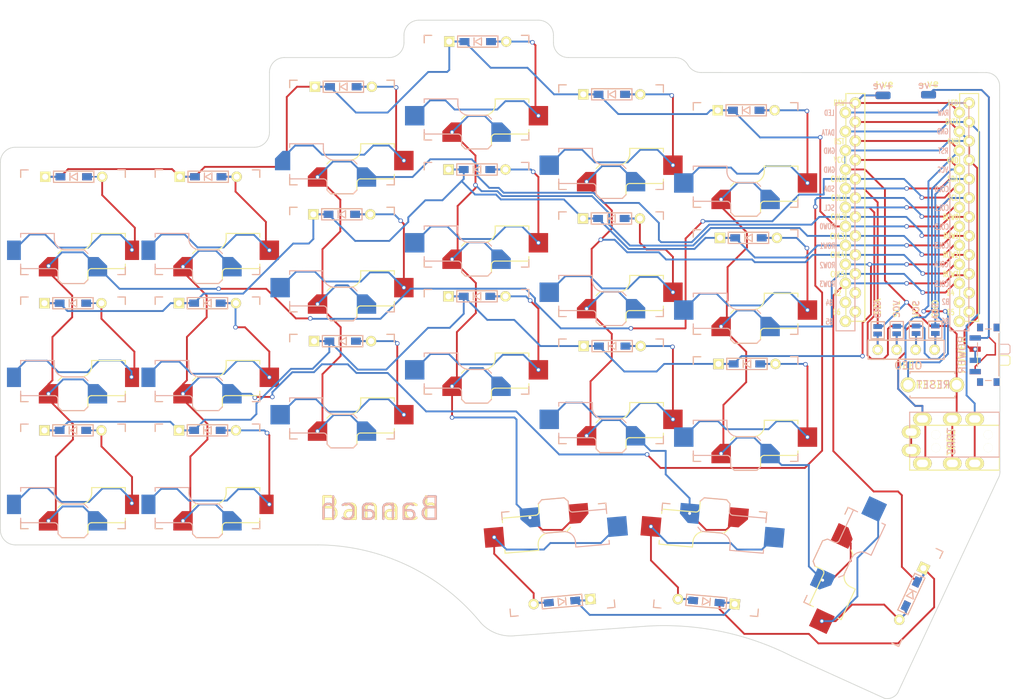
<source format=kicad_pcb>
(kicad_pcb (version 20211014) (generator pcbnew)
  (title_block (rev "rev1.0"))
  (layers (0 "F.Cu" signal) (31 "B.Cu" signal) (34 "B.Paste" user) (35 "F.Paste" user) (36 "B.SilkS" user "B.Silkscreen") (37 "F.SilkS" user "F.Silkscreen") (38 "B.Mask" user) (39 "F.Mask" user) (44 "Edge.Cuts" user))
  (net 0 "")
  (net 1 "row0")
  (net 2 "row1")
  (net 3 "Net-(D2-Pad2)")
  (net 4 "row2")
  (net 5 "Net-(D3-Pad2)")
  (net 6 "row3")
  (net 7 "Net-(D4-Pad2)")
  (net 8 "Net-(D5-Pad2)")
  (net 9 "Net-(D6-Pad2)")
  (net 10 "Net-(D8-Pad2)")
  (net 11 "Net-(D9-Pad2)")
  (net 12 "Net-(D10-Pad2)")
  (net 13 "Net-(D11-Pad2)")
  (net 14 "Net-(D12-Pad2)")
  (net 15 "Net-(D14-Pad2)")
  (net 16 "Net-(D15-Pad2)")
  (net 17 "Net-(D16-Pad2)")
  (net 18 "Net-(D17-Pad2)")
  (net 19 "Net-(D18-Pad2)")
  (net 20 "Net-(D19-Pad2)")
  (net 21 "Net-(D20-Pad2)")
  (net 22 "Net-(D21-Pad2)")
  (net 23 "GND")
  (net 24 "VCC")
  (net 25 "col0")
  (net 26 "col1")
  (net 27 "col2")
  (net 28 "col3")
  (net 29 "col4")
  (net 30 "col5")
  (net 31 "LED")
  (net 32 "data")
  (net 33 "reset")
  (net 34 "SCL")
  (net 35 "SDA")
  (net 36 "Net-(U1-Pad14)")
  (net 37 "Net-(U1-Pad13)")
  (net 38 "Net-(U1-Pad12)")
  (net 39 "Net-(U1-Pad11)")
  (net 40 "Net-(J1-PadA)")
  (net 41 "Net-(U1-Pad24)")
  (footprint "kbd:D3_TH_SMD" (layer "F.Cu") (at 86.0044 64.3128)
    (fp_text reference "D2" hide)
    (fp_text value "D" hide)
  )
  (footprint "kbd:D3_TH_SMD" (layer "F.Cu") (at 104.0892 52.2732)
    (fp_text reference "D3" hide)
    (fp_text value "D" hide)
  )
  (footprint "kbd:D3_TH_SMD" (layer "F.Cu") (at 122.0724 46.228)
    (fp_text reference "D4" hide)
    (fp_text value "D" hide)
  )
  (footprint "kbd:D3_TH_SMD" (layer "F.Cu") (at 140.0048 53.2892)
    (fp_text reference "D5" hide)
    (fp_text value "D" hide)
  )
  (footprint "kbd:D3_TH_SMD" (layer "F.Cu") (at 157.988 55.4228)
    (fp_text reference "D6" hide)
    (fp_text value "D" hide)
  )
  (footprint "kbd:D3_TH_SMD" (layer "F.Cu") (at 85.9028 81.2292)
    (fp_text reference "D8" hide)
    (fp_text value "D" hide)
  )
  (footprint "kbd:D3_TH_SMD" (layer "F.Cu") (at 103.886 69.342)
    (fp_text reference "D9" hide)
    (fp_text value "D" hide)
  )
  (footprint "kbd:D3_TH_SMD" (layer "F.Cu") (at 121.9708 63.3476)
    (fp_text reference "D10" hide)
    (fp_text value "D" hide)
  )
  (footprint "kbd:D3_TH_SMD" (layer "F.Cu") (at 139.954 69.9008)
    (fp_text reference "D11" hide)
    (fp_text value "D" hide)
  )
  (footprint "kbd:D3_TH_SMD" (layer "F.Cu") (at 158.2928 72.4916)
    (fp_text reference "D12" hide)
    (fp_text value "D" hide)
  )
  (footprint "kbd:D3_TH_SMD" (layer "F.Cu") (at 85.9028 98.2472)
    (fp_text reference "D14" hide)
    (fp_text value "D" hide)
  )
  (footprint "kbd:D3_TH_SMD" (layer "F.Cu") (at 103.9876 86.3092)
    (fp_text reference "D15" hide)
    (fp_text value "D" hide)
  )
  (footprint "kbd:D3_TH_SMD" (layer "F.Cu") (at 121.9708 80.3148)
    (fp_text reference "D16" hide)
    (fp_text value "D" hide)
  )
  (footprint "kbd:D3_TH_SMD" (layer "F.Cu") (at 140.0556 86.9696)
    (fp_text reference "D17" hide)
    (fp_text value "D" hide)
  )
  (footprint "kbd:D3_TH_SMD" (layer "F.Cu") (at 158.0896 89.3572)
    (fp_text reference "D18" hide)
    (fp_text value "D" hide)
  )
  (footprint "kbd:D3_TH_SMD" (layer "F.Cu") (at 133.35 121.158 -175)
    (fp_text reference "D19" hide)
    (fp_text value "D" hide)
  )
  (footprint "kbd:D3_TH_SMD" (layer "F.Cu") (at 152.654 121.158 175)
    (fp_text reference "D20" hide)
    (fp_text value "D" hide)
  )
  (footprint "kbd:D3_TH_SMD" (layer "F.Cu") (at 180.086 120.142 -115)
    (fp_text reference "D21" hide)
    (fp_text value "D" hide)
  )
  (footprint "kbd:MJ-4PP-9" (layer "F.Cu") (at 191.8626 100.57 -90)
    (fp_text reference "J1")
    (fp_text value "MJ-4PP-9" hide)
  )
  (footprint "keyswitches:Kailh_socket_PG1350_reversible" (layer "F.Cu") (at 85.91 70.4)
    (fp_text reference "SW2" hide)
    (fp_text value "SW_PUSH")
  )
  (footprint "keyswitches:Kailh_socket_PG1350_reversible" (layer "F.Cu") (at 103.91 58.4)
    (fp_text reference "SW3" hide)
    (fp_text value "SW_PUSH")
  )
  (footprint "keyswitches:Kailh_socket_PG1350_reversible" (layer "F.Cu") (at 121.91 52.4)
    (fp_text reference "SW4" hide)
    (fp_text value "SW_PUSH")
  )
  (footprint "keyswitches:Kailh_socket_PG1350_reversible" (layer "F.Cu") (at 139.91 59.02)
    (fp_text reference "SW5" hide)
    (fp_text value "SW_PUSH")
  )
  (footprint "keyswitches:Kailh_socket_PG1350_reversible" (layer "F.Cu") (at 157.91 61.4)
    (fp_text reference "SW6" hide)
    (fp_text value "SW_PUSH")
  )
  (footprint "keyswitches:Kailh_socket_PG1350_reversible" (layer "F.Cu") (at 85.91 87.4)
    (fp_text reference "SW8" hide)
    (fp_text value "SW_PUSH")
  )
  (footprint "keyswitches:Kailh_socket_PG1350_reversible" (layer "F.Cu") (at 103.91 75.4)
    (fp_text reference "SW9" hide)
    (fp_text value "SW_PUSH")
  )
  (footprint "keyswitches:Kailh_socket_PG1350_reversible" (layer "F.Cu") (at 121.91 69.4)
    (fp_text reference "SW10" hide)
    (fp_text value "SW_PUSH")
  )
  (footprint "keyswitches:Kailh_socket_PG1350_reversible" (layer "F.Cu") (at 139.91 76.02)
    (fp_text reference "SW11" hide)
    (fp_text value "SW_PUSH")
  )
  (footprint "keyswitches:Kailh_socket_PG1350_reversible" (layer "F.Cu") (at 157.91 78.4)
    (fp_text reference "SW12" hide)
    (fp_text value "SW_PUSH")
  )
  (footprint "keyswitches:Kailh_socket_PG1350_reversible" (layer "F.Cu") (at 85.91 104.4)
    (fp_text reference "SW14" hide)
    (fp_text value "SW_PUSH")
  )
  (footprint "keyswitches:Kailh_socket_PG1350_reversible" (layer "F.Cu") (at 103.91 92.4)
    (fp_text reference "SW15" hide)
    (fp_text value "SW_PUSH")
  )
  (footprint "keyswitches:Kailh_socket_PG1350_reversible" (layer "F.Cu") (at 121.91 86.4)
    (fp_text reference "SW16" hide)
    (fp_text value "SW_PUSH")
  )
  (footprint "keyswitches:Kailh_socket_PG1350_reversible" (layer "F.Cu") (at 139.91 93.025)
    (fp_text reference "SW17" hide)
    (fp_text value "SW_PUSH")
  )
  (footprint "keyswitches:Kailh_socket_PG1350_reversible" (layer "F.Cu") (at 157.91 95.4)
    (fp_text reference "SW18" hide)
    (fp_text value "SW_PUSH")
  )
  (footprint "keyswitches:Kailh_socket_PG1350_reversible" (layer "F.Cu") (at 132.842 115.57 -175)
    (fp_text reference "SW19" hide)
    (fp_text value "SW_PUSH")
  )
  (footprint "keyswitches:Kailh_socket_PG1350_reversible" (layer "F.Cu") (at 153.162 115.57 175)
    (fp_text reference "SW20" hide)
    (fp_text value "SW_PUSH")
  )
  (footprint "keyswitches:Kailh_socket_PG1350_reversible" (layer "F.Cu") (at 175.006 117.856 -115)
    (fp_text reference "SW21" hide)
    (fp_text value "SW_PUSH")
  )
  (footprint "kbd:ProMicro_v2" (layer "F.Cu") (at 180.16 68.9274)
    (fp_text reference "U1" hide)
    (fp_text value "ProMicro" hide)
  )
  (footprint "foostan:Jumper" (layer "F.Cu") (at 180.72 84.7974 -90)
    (fp_text reference "JP65" hide)
    (fp_text value "VCC")
  )
  (footprint "foostan:OLED" (layer "F.Cu") (at 175.58 87.4574)
    (fp_text reference "J2")
    (fp_text value "OLED" hide)
  )
  (footprint "foostan:Jumper" (layer "F.Cu") (at 178.12 84.8174 -90)
    (fp_text reference "JP63" hide)
    (fp_text value "SCL")
  )
  (footprint "foostan:Jumper" (layer "F.Cu") (at 175.58 84.8474 -90)
    (fp_text reference "JP61" hide)
    (fp_text value " SDA")
  )
  (footprint "foostan:Jumper" (layer "F.Cu") (at 183.29 84.7878 -90)
    (fp_text reference "JP68" hide)
    (fp_text value "GND")
  )
  (footprint "kbd:ResetSW" (layer "F.Cu") (at 182.9 92.15)
    (fp_text reference "RSW1" hide)
    (fp_text value "Val**")
  )
  (footprint "kbd:D3_TH_SMD" (layer "F.Cu") (at 67.9088 98.2512)
    (fp_text reference "D14" hide)
    (fp_text value "D" hide)
  )
  (footprint "Connector_Wire:SolderWirePad_1x01_SMD_1x2mm" (layer "F.Cu") (at 182.39 53.34 -90)
    (fp_text reference "-ve")
    (fp_text value "SolderWirePad_1x01_SMD_1x2mm")
  )
  (footprint "Button_Switch_SMD:SW_SPDT_PCM12" (layer "F.Cu") (at 190.055 88.14 90)
    (fp_text reference "POWER")
    (fp_text value "SW_SPDT_PCM12")
  )
  (footprint "kbd:D3_TH_SMD" (layer "F.Cu") (at 68.0104 64.3168)
    (fp_text reference "D2" hide)
    (fp_text value "D" hide)
  )
  (footprint "Connector_Wire:SolderWirePad_1x01_SMD_1x2mm" (layer "F.Cu") (at 176.28 53.43 90)
    (fp_text reference "+ve")
    (fp_text value "SolderWirePad_1x01_SMD_1x2mm")
  )
  (footprint "keyswitches:Kailh_socket_PG1350_reversible" (layer "F.Cu") (at 67.916 70.404)
    (fp_text reference "SW2" hide)
    (fp_text value "SW_PUSH")
  )
  (footprint "kbd:D3_TH_SMD" (layer "F.Cu") (at 67.9088 81.2332)
    (fp_text reference "D8" hide)
    (fp_text value "D" hide)
  )
  (footprint "keyswitches:Kailh_socket_PG1350_reversible" (layer "F.Cu") (at 67.916 87.404)
    (fp_text reference "SW8" hide)
    (fp_text value "SW_PUSH")
  )
  (footprint "keyswitches:Kailh_socket_PG1350_reversible" (layer "F.Cu") (at 67.916 104.404)
    (fp_text reference "SW14" hide)
    (fp_text value "SW_PUSH")
  )
  (footprint "foostan:Jumper" (layer "B.Cu") (at 178.13 84.8274 -90)
    (fp_text reference "JP64" hide)
    (fp_text value "VCC")
  )
  (footprint "foostan:Jumper" (layer "B.Cu") (at 175.58 84.857 -90)
    (fp_text reference "JP62" hide)
    (fp_text value "GND")
  )
  (footprint "foostan:Jumper" (layer "B.Cu") (at 183.29 84.7774 -90)
    (fp_text reference "JP6" hide)
    (fp_text value " SDA")
  )
  (footprint "foostan:Jumper" (layer "B.Cu") (at 180.71 84.7974 -90)
    (fp_text reference "JP66" hide)
    (fp_text value "SCL")
  )
  (footprint "Button_Switch_SMD:SW_SPDT_PCM12" (layer "B.Cu") (at 190.06 88.13 -90)
    (fp_text reference "POWER")
    (fp_text value "SW_SPDT_PCM12")
  )
  (footprint "Connector_Wire:SolderWirePad_1x01_SMD_1x2mm" (layer "B.Cu") (at 176.31 53.43 -90)
    (fp_text reference "+ve")
    (fp_text value "SolderWirePad_1x01_SMD_1x2mm")
  )
  (footprint "Connector_Wire:SolderWirePad_1x01_SMD_1x2mm" (layer "B.Cu") (at 182.39 53.34 -90)
    (fp_text reference "-ve")
    (fp_text value "SolderWirePad_1x01_SMD_1x2mm")
  )
  (gr_line (start 144.46 124.46) (end 127 125.73) (layer "Edge.Cuts") (width 0.1))
  (gr_line (start 132.2 46.37) (end 132.2 45.37) (layer "Edge.Cuts") (width 0.1))
  (gr_arc (start 94.2 50.37) (mid 94.785786 48.955786) (end 96.2 48.37) (layer "Edge.Cuts") (width 0.1))
  (gr_arc (start 190.1 50.38) (mid 191.372792 50.907208) (end 191.9 52.18) (layer "Edge.Cuts") (width 0.1))
  (gr_line (start 191.94 103.796003) (end 191.9 52.18) (layer "Edge.Cuts") (width 0.1))
  (gr_arc (start 144.46 124.46) (mid 154.54008 125.135261) (end 164.08 128.46) (layer "Edge.Cuts") (width 0.1))
  (gr_arc (start 127 125.73) (mid 124.548177 125.406113) (end 122.5 124.02) (layer "Edge.Cuts") (width 0.1))
  (gr_arc (start 130.2 43.37) (mid 131.614214 43.955786) (end 132.2 45.37) (layer "Edge.Cuts") (width 0.1))
  (gr_line (start 58.2 62.37) (end 58.2 111.57) (layer "Edge.Cuts") (width 0.1))
  (gr_arc (start 112.2 45.37) (mid 112.785786 43.955786) (end 114.2 43.37) (layer "Edge.Cuts") (width 0.1))
  (gr_arc (start 94.2 58.37) (mid 93.614214 59.784214) (end 92.2 60.37) (layer "Edge.Cuts") (width 0.1))
  (gr_arc (start 178.26 133.376003) (mid 177.505115 134.002833) (end 176.53 134.112) (layer "Edge.Cuts") (width 0.1))
  (gr_line (start 130.2 43.37) (end 114.2 43.37) (layer "Edge.Cuts") (width 0.1))
  (gr_line (start 94.2 50.37) (end 94.2 58.37) (layer "Edge.Cuts") (width 0.1))
  (gr_line (start 190.1 50.38) (end 151.950002 50.369998) (layer "Edge.Cuts") (width 0.1))
  (gr_arc (start 100.7 113.57) (mid 112.765926 116.362734) (end 122.5 124.02) (layer "Edge.Cuts") (width 0.1))
  (gr_arc (start 134.2 48.37) (mid 132.785786 47.784214) (end 132.2 46.37) (layer "Edge.Cuts") (width 0.1))
  (gr_line (start 178.26 133.376003) (end 191.66 104.76) (layer "Edge.Cuts") (width 0.1))
  (gr_arc (start 191.94 103.796003) (mid 191.864372 104.296699) (end 191.66 104.76) (layer "Edge.Cuts") (width 0.1))
  (gr_arc (start 151.950002 50.369998) (mid 150.942226 50.102364) (end 150.2 49.37) (layer "Edge.Cuts") (width 0.1))
  (gr_line (start 148.5 48.37) (end 134.2 48.37) (layer "Edge.Cuts") (width 0.1))
  (gr_arc (start 112.2 46.37) (mid 111.614214 47.784214) (end 110.2 48.37) (layer "Edge.Cuts") (width 0.1))
  (gr_arc (start 60.2 113.57) (mid 58.785786 112.984214) (end 58.2 111.57) (layer "Edge.Cuts") (width 0.1))
  (gr_arc (start 148.5 48.37) (mid 149.486154 48.638538) (end 150.2 49.37) (layer "Edge.Cuts") (width 0.1))
  (gr_line (start 110.2 48.37) (end 96.2 48.37) (layer "Edge.Cuts") (width 0.1))
  (gr_arc (start 58.2 62.37) (mid 58.785786 60.955786) (end 60.2 60.37) (layer "Edge.Cuts") (width 0.1))
  (gr_line (start 164.08 128.46) (end 176.53 134.112) (layer "Edge.Cuts") (width 0.1))
  (gr_line (start 60.2 113.57) (end 100.7 113.57) (layer "Edge.Cuts") (width 0.1))
  (gr_line (start 92.2 60.37) (end 60.2 60.37) (layer "Edge.Cuts") (width 0.1))
  (gr_line (start 112.2 45.37) (end 112.2 46.37) (layer "Edge.Cuts") (width 0.1))
  (gr_text "Banach" (at 117.348 108.712) (layer "F.Cu") (effects (font (size 3 3) (thickness 0.3)) (justify right)))
  (gr_text "Banach" (at 117.348 108.712) (layer "B.Cu") (effects (font (size 3 3) (thickness 0.3)) (justify left mirror)))
  (gr_text "Banach" (at 117.348 108.712) (layer "B.SilkS") (effects (font (size 3 3) (thickness 0.3)) (justify left mirror)))
  (gr_text "Banach" (at 117.348 108.712) (layer "F.SilkS") (effects (font (size 3 3) (thickness 0.3)) (justify right)))
  (segment (start 182.39 53.34) (end 183.06 52.67) (width 0.2) (layer "F.Cu") (net 0))
  (segment (start 69.7854 64.3168) (end 71.8204 64.3168) (width 0.2) (layer "F.Cu") (net 0))
  (segment (start 75.75 91.11) (end 76.13 90.73) (width 0.25) (layer "F.Cu") (net 0))
  (segment (start 76.191 73.709) (end 76.191 71.141) (width 0.25) (layer "F.Cu") (net 0))
  (segment (start 75.8 74.1) (end 76.191 73.709) (width 0.25) (layer "F.Cu") (net 0))
  (segment (start 71.7188 83.3088) (end 71.7188 81.2332) (width 0.25) (layer "F.Cu") (net 0))
  (segment (start 71.8204 66.7704) (end 71.8204 64.3168) (width 0.25) (layer "F.Cu") (net 0))
  (segment (start 76.191 71.141) (end 71.8204 66.7704) (width 0.25) (layer "F.Cu") (net 0))
  (segment (start 190.47 85.77) (end 191.32 86.62) (width 0.2) (layer "F.Cu") (net 0))
  (segment (start 188.625 89.705) (end 188.625 90.39) (width 0.2) (layer "F.Cu") (net 0))
  (segment (start 76.13 90.73) (end 76.13 87.72) (width 0.25) (layer "F.Cu") (net 0))
  (segment (start 190.47 53.67) (end 190.47 85.77) (width 0.2) (layer "F.Cu") (net 0))
  (segment (start 189.47 52.67) (end 190.47 53.67) (width 0.2) (layer "F.Cu") (net 0))
  (segment (start 190.18 88.15) (end 188.625 89.705) (width 0.2) (layer "F.Cu") (net 0))
  (segment (start 76.13 87.72) (end 71.7188 83.3088) (width 0.25) (layer "F.Cu") (net 0))
  (segment (start 191.32 88.15) (end 190.18 88.15) (width 0.2) (layer "F.Cu") (net 0))
  (segment (start 71.7188 100.3868) (end 71.7188 98.2512) (width 0.25) (layer "F.Cu") (net 0))
  (segment (start 191.32 86.62) (end 191.32 88.15) (width 0.2) (layer "F.Cu") (net 0))
  (segment (start 75.816 104.484) (end 71.7188 100.3868) (width 0.25) (layer "F.Cu") (net 0))
  (segment (start 69.6838 81.2332) (end 71.7188 81.2332) (width 0.2) (layer "F.Cu") (net 0))
  (segment (start 69.6838 98.2512) (end 71.7188 98.2512) (width 0.2) (layer "F.Cu") (net 0))
  (segment (start 183.06 52.67) (end 189.47 52.67) (width 0.2) (layer "F.Cu") (net 0))
  (segment (start 75.816 108.154) (end 75.816 104.484) (width 0.25) (layer "F.Cu") (net 0))
  (via (at 75.75 91.11) (size 0.6) (drill 0.4) (layers "F.Cu" "B.Cu") (net 0))
  (via (at 75.8 74.1) (size 0.6) (drill 0.4) (layers "F.Cu" "B.Cu") (net 0))
  (via (at 75.79 108) (size 0.6) (drill 0.4) (layers "F.Cu" "B.Cu") (net 0))
  (segment (start 60.016 108.154) (end 62.21 105.96) (width 0.25) (layer "B.Cu") (net 0))
  (segment (start 61.62 88.93) (end 60.016 90.534) (width 0.25) (layer "B.Cu") (net 0))
  (segment (start 190.25 85.88) (end 188.63 85.88) (width 0.25) (layer "B.Cu") (net 0))
  (segment (start 69.74 107.82) (end 70.06 107.82) (width 0.25) (layer "B.Cu") (net 0))
  (segment (start 75.8 73.59) (end 74.25 72.04) (width 0.25) (layer "B.Cu") (net 0))
  (segment (start 69.95 73.79) (end 65.94 73.79) (width 0.25) (layer "B.Cu") (net 0))
  (segment (start 64.51 105.96) (end 66.28 107.73) (width 0.25) (layer "B.Cu") (net 0))
  (segment (start 64.43 88.93) (end 61.62 88.93) (width 0.25) (layer "B.Cu") (net 0))
  (segment (start 71.86 106.02) (end 74.25 106.02) (width 0.25) (layer "B.Cu") (net 0))
  (segment (start 75.79 107.56) (end 75.79 108) (width 0.25) (layer "B.Cu") (net 0))
  (segment (start 65.94 73.79) (end 64.19 72.04) (width 0.25) (layer "B.Cu") (net 0))
  (segment (start 69.7854 64.3168) (end 71.8204 64.3168) (width 0.2) (layer "B.Cu") (net 0))
  (segment (start 75.75 91.11) (end 75.75 90.36) (width 0.25) (layer "B.Cu") (net 0))
  (segment (start 64.19 72.04) (end 62.13 72.04) (width 0.25) (layer "B.Cu") (net 0))
  (segment (start 66.37 107.82) (end 69.74 107.82) (width 0.25) (layer "B.Cu") (net 0))
  (segment (start 71.42 88.9) (end 69.86 90.46) (width 0.25) (layer "B.Cu") (net 0))
  (segment (start 74.25 72.04) (end 71.7 72.04) (width 0.25) (layer "B.Cu") (net 0))
  (segment (start 74.25 106.02) (end 75.79 107.56) (width 0.25) (layer "B.Cu") (net 0))
  (segment (start 62.21 105.96) (end 62.47 105.96) (width 0.25) (layer "B.Cu") (net 0))
  (segment (start 189.48 52.7) (end 190.45 53.67) (width 0.25) (layer "B.Cu") (net 0))
  (segment (start 75.8 74.1) (end 75.8 73.59) (width 0.25) (layer "B.Cu") (net 0))
  (segment (start 69.6838 81.2332) (end 71.7188 81.2332) (width 0.2) (layer "B.Cu") (net 0))
  (segment (start 62.13 72.04) (end 60.016 74.154) (width 0.25) (layer "B.Cu") (net 0))
  (segment (start 75.75 90.36) (end 74.29 88.9) (width 0.25) (layer "B.Cu") (net 0))
  (segment (start 71.77 106.11) (end 71.86 106.02) (width 0.25) (layer "B.Cu") (net 0))
  (segment (start 60.016 90.534) (end 60.016 91.154) (width 0.25) (layer "B.Cu") (net 0))
  (segment (start 74.29 88.9) (end 71.42 88.9) (width 0.25) (layer "B.Cu") (net 0))
  (segment (start 190.45 85.68) (end 190.25 85.88) (width 0.25) (layer "B.Cu") (net 0))
  (segment (start 62.47 105.96) (end 64.51 105.96) (width 0.25) (layer "B.Cu") (net 0))
  (segment (start 182.39 53.34) (end 183.03 52.7) (width 0.25) (layer "B.Cu") (net 0))
  (segment (start 66.28 107.73) (end 66.37 107.82) (width 0.25) (layer "B.Cu") (net 0))
  (segment (start 69.86 90.46) (end 65.96 90.46) (width 0.25) (layer "B.Cu") (net 0))
  (segment (start 65.96 90.46) (end 64.43 88.93) (width 0.25) (layer "B.Cu") (net 0))
  (segment (start 69.6838 98.2512) (end 71.7188 98.2512) (width 0.2) (layer "B.Cu") (net 0))
  (segment (start 71.7 72.04) (end 69.95 73.79) (width 0.25) (layer "B.Cu") (net 0))
  (segment (start 70.06 107.82) (end 71.77 106.11) (width 0.25) (layer "B.Cu") (net 0))
  (segment (start 183.03 52.7) (end 189.48 52.7) (width 0.25) (layer "B.Cu") (net 0))
  (segment (start 190.45 53.67) (end 190.45 85.68) (width 0.25) (layer "B.Cu") (net 0))
  (segment (start 96.52 53.6448) (end 97.8916 52.2732) (width 0.25) (layer "F.Cu") (net 1))
  (segment (start 118.2624 46.228) (end 120.2974 46.228) (width 0.25) (layer "F.Cu") (net 1))
  (segment (start 154.178 55.4228) (end 156.213 55.4228) (width 0.25) (layer "F.Cu") (net 1))
  (segment (start 138.2298 53.2892) (end 136.1948 53.2892) (width 0.25) (layer "F.Cu") (net 1))
  (segment (start 85.5502 62.992) (end 84.2294 64.3128) (width 0.25) (layer "F.Cu") (net 1))
  (segment (start 169.9163 70.9594) (end 171.27 70.9594) (width 0.25) (layer "F.Cu") (net 1))
  (segment (start 66.2354 64.3168) (end 64.2004 64.3168) (width 0.25) (layer "F.Cu") (net 1))
  (segment (start 185.248 69.6894) (end 183.978 70.9594) (width 0.25) (layer "F.Cu") (net 1))
  (segment (start 102.3142 52.2732) (end 100.2792 52.2732) (width 0.25) (layer "F.Cu") (net 1))
  (segment (start 167.9 68.9431) (end 169.9163 70.9594) (width 0.25) (layer "F.Cu") (net 1))
  (segment (start 96.52 53.6448) (end 96.52 61.849) (width 0.25) (layer "F.Cu") (net 1))
  (segment (start 95.377 62.992) (end 85.5502 62.992) (width 0.25) (layer "F.Cu") (net 1))
  (segment (start 167.9 59.04) (end 167.9 68.9431) (width 0.25) (layer "F.Cu") (net 1))
  (segment (start 81.1749 63.2933) (end 82.1944 64.3128) (width 0.25) (layer "F.Cu") (net 1))
  (segment (start 97.8916 52.2732) (end 100.2792 52.2732) (width 0.25) (layer "F.Cu") (net 1))
  (segment (start 67.2589 63.2933) (end 81.1749 63.2933) (width 0.25) (layer "F.Cu") (net 1))
  (segment (start 96.52 61.849) (end 95.377 62.992) (width 0.25) (layer "F.Cu") (net 1))
  (segment (start 187.8164 69.6894) (end 185.248 69.6894) (width 0.25) (layer "F.Cu") (net 1))
  (segment (start 84.2294 64.3128) (end 82.1944 64.3128) (width 0.25) (layer "F.Cu") (net 1))
  (segment (start 66.2354 64.3168) (end 67.2589 63.2933) (width 0.25) (layer "F.Cu") (net 1))
  (segment (start 183.978 70.9594) (end 179.45 70.9594) (width 0.25) (layer "F.Cu") (net 1))
  (via (at 179.45 70.9594) (size 0.6) (drill 0.4) (layers "F.Cu" "B.Cu") (net 1))
  (via (at 167.9 59.04) (size 0.6) (drill 0.4) (layers "F.Cu" "B.Cu") (net 1))
  (segment (start 102.3142 52.2732) (end 100.2792 52.2732) (width 0.25) (layer "B.Cu") (net 1))
  (segment (start 128.7272 49.7332) (end 132.2832 53.2892) (width 0.25) (layer "B.Cu") (net 1))
  (segment (start 140.8714 55.9308) (end 138.2298 53.2892) (width 0.25) (layer "B.Cu") (net 1))
  (segment (start 152.7215 55.9308) (end 140.8714 55.9308) (width 0.25) (layer "B.Cu") (net 1))
  (segment (start 159.8452 59.055) (end 167.885 59.055) (width 0.25) (layer "B.Cu") (net 1))
  (segment (start 64.2004 64.3168) (end 66.2354 64.3168) (width 0.25) (layer "B.Cu") (net 1))
  (segment (start 120.2974 46.228) (end 118.2624 46.228) (width 0.25) (layer "B.Cu") (net 1))
  (segment (start 153.2295 55.4228) (end 152.7215 55.9308) (width 0.25) (layer "B.Cu") (net 1))
  (segment (start 118.2624 46.228) (end 118.2624 50.0126) (width 0.25) (layer "B.Cu") (net 1))
  (segment (start 123.8026 49.7332) (end 128.7272 49.7332) (width 0.25) (layer "B.Cu") (net 1))
  (segment (start 154.178 55.4228) (end 153.2295 55.4228) (width 0.25) (layer "B.Cu") (net 1))
  (segment (start 84.2294 64.3128) (end 82.1944 64.3128) (width 0.25) (layer "B.Cu") (net 1))
  (segment (start 118.2624 50.0126) (end 117.983 50.292) (width 0.25) (layer "B.Cu") (net 1))
  (segment (start 132.2832 53.2892) (end 136.1948 53.2892) (width 0.25) (layer "B.Cu") (net 1))
  (segment (start 105.7686 55.7276) (end 102.3142 52.2732) (width 0.25) (layer "B.Cu") (net 1))
  (segment (start 171.27 70.9594) (end 179.45 70.9594) (width 0.25) (layer "B.Cu") (net 1))
  (segment (start 138.2298 53.2892) (end 136.1948 53.2892) (width 0.25) (layer "B.Cu") (net 1))
  (segment (start 117.983 50.292) (end 115.443 50.292) (width 0.25) (layer "B.Cu") (net 1))
  (segment (start 110.0074 55.7276) (end 105.7686 55.7276) (width 0.25) (layer "B.Cu") (net 1))
  (segment (start 115.443 50.292) (end 110.0074 55.7276) (width 0.25) (layer "B.Cu") (net 1))
  (segment (start 167.885 59.055) (end 167.9 59.04) (width 0.25) (layer "B.Cu") (net 1))
  (segment (start 156.213 55.4228) (end 159.8452 59.055) (width 0.25) (layer "B.Cu") (net 1))
  (segment (start 156.213 55.4228) (end 154.178 55.4228) (width 0.25) (layer "B.Cu") (net 1))
  (segment (start 120.2974 46.228) (end 123.8026 49.7332) (width 0.25) (layer "B.Cu") (net 1))
  (segment (start 187.8164 72.2294) (end 185.502 72.2294) (width 0.25) (layer "F.Cu") (net 2))
  (segment (start 184.232 73.4994) (end 179.45 73.4994) (width 0.25) (layer "F.Cu") (net 2))
  (segment (start 138.179 69.9008) (end 136.144 69.9008) (width 0.25) (layer "F.Cu") (net 2))
  (segment (start 185.502 72.2294) (end 184.232 73.4994) (width 0.25) (layer "F.Cu") (net 2))
  (segment (start 102.111 69.342) (end 100.076 69.342) (width 0.25) (layer "F.Cu") (net 2))
  (segment (start 120.1958 63.3476) (end 118.1608 63.3476) (width 0.25) (layer "F.Cu") (net 2))
  (segment (start 66.1338 81.2332) (end 64.0988 81.2332) (width 0.25) (layer "F.Cu") (net 2))
  (segment (start 84.1278 81.2292) (end 82.0928 81.2292) (width 0.25) (layer "F.Cu") (net 2))
  (segment (start 156.5178 72.4916) (end 154.4828 72.4916) (width 0.25) (layer "F.Cu") (net 2))
  (via (at 179.45 73.4994) (size 0.6) (drill 0.4) (layers "F.Cu" "B.Cu") (net 2))
  (segment (start 138.179 69.9008) (end 136.144 69.9008) (width 0.25) (layer "B.Cu") (net 2))
  (segment (start 85.402 79.955) (end 84.1278 81.2292) (width 0.25) (layer "B.Cu") (net 2))
  (segment (start 115.062 67.4624) (end 112.776 69.7484) (width 0.25) (layer "B.Cu") (net 2))
  (segment (start 167.529204 73.4994) (end 171.27 73.4994) (width 0.25) (layer "B.Cu") (net 2))
  (segment (start 64.0988 81.2332) (end 66.1338 81.2332) (width 0.25) (layer "B.Cu") (net 2))
  (segment (start 120.1958 63.3476) (end 120.1958 64.6146) (width 0.25) (layer "B.Cu") (net 2))
  (segment (start 100.076 69.342) (end 100.076 72.644) (width 0.25) (layer "B.Cu") (net 2))
  (segment (start 100.076 72.644) (end 99.4664 73.2536) (width 0.25) (layer "B.Cu") (net 2))
  (segment (start 80.988198 81.2292) (end 82.0928 81.2292) (width 0.25) (layer "B.Cu") (net 2))
  (segment (start 171.27 73.4994) (end 179.45 73.4994) (width 0.25) (layer "B.Cu") (net 2))
  (segment (start 102.111 69.342) (end 100.076 69.342) (width 0.25) (layer "B.Cu") (net 2))
  (segment (start 121.7168 66.7004) (end 119.9134 64.897) (width 0.25) (layer "B.Cu") (net 2))
  (segment (start 165.908303 75.120301) (end 167.529204 73.4994) (width 0.25) (layer "B.Cu") (net 2))
  (segment (start 112.776 69.7484) (end 112.776 70.358) (width 0.25) (layer "B.Cu") (net 2))
  (segment (start 154.4828 72.4916) (end 152.5524 72.4916) (width 0.25) (layer "B.Cu") (net 2))
  (segment (start 110.236 72.898) (end 105.667 72.898) (width 0.25) (layer "B.Cu") (net 2))
  (segment (start 133.59632 67.35312) (end 125.16352 67.35312) (width 0.25) (layer "B.Cu") (net 2))
  (segment (start 99.4664 73.2536) (end 97.3836 73.2536) (width 0.25) (layer "B.Cu") (net 2))
  (segment (start 79.933699 82.283699) (end 80.988198 81.2292) (width 0.25) (layer "B.Cu") (net 2))
  (segment (start 136.144 69.9008) (end 133.59632 67.35312) (width 0.25) (layer "B.Cu") (net 2))
  (segment (start 119.9134 64.897) (end 117.348 67.4624) (width 0.25) (layer "B.Cu") (net 2))
  (segment (start 151.07152 73.97248) (end 142.25068 73.97248) (width 0.25) (layer "B.Cu") (net 2))
  (segment (start 112.776 70.358) (end 110.236 72.898) (width 0.25) (layer "B.Cu") (net 2))
  (segment (start 120.1958 64.6146) (end 119.9134 64.897) (width 0.25) (layer "B.Cu") (net 2))
  (segment (start 105.667 72.898) (end 102.111 69.342) (width 0.25) (layer "B.Cu") (net 2))
  (segment (start 66.1338 81.2332) (end 67.184299 82.283699) (width 0.25) (layer "B.Cu") (net 2))
  (segment (start 156.5178 72.4916) (end 159.146501 75.120301) (width 0.25) (layer "B.Cu") (net 2))
  (segment (start 159.146501 75.120301) (end 165.908303 75.120301) (width 0.25) (layer "B.Cu") (net 2))
  (segment (start 156.5178 72.4916) (end 154.4828 72.4916) (width 0.25) (layer "B.Cu") (net 2))
  (segment (start 90.6822 79.955) (end 85.402 79.955) (width 0.25) (layer "B.Cu") (net 2))
  (segment (start 67.184299 82.283699) (end 79.933699 82.283699) (width 0.25) (layer "B.Cu") (net 2))
  (segment (start 97.3836 73.2536) (end 90.6822 79.955) (width 0.25) (layer "B.Cu") (net 2))
  (segment (start 125.16352 67.35312) (end 124.5108 66.7004) (width 0.25) (layer "B.Cu") (net 2))
  (segment (start 142.25068 73.97248) (end 138.179 69.9008) (width 0.25) (layer "B.Cu") (net 2))
  (segment (start 120.1958 63.3476) (end 118.1608 63.3476) (width 0.25) (layer "B.Cu") (net 2))
  (segment (start 124.5108 66.7004) (end 121.7168 66.7004) (width 0.25) (layer "B.Cu") (net 2))
  (segment (start 152.5524 72.4916) (end 151.07152 73.97248) (width 0.25) (layer "B.Cu") (net 2))
  (segment (start 84.1278 81.2292) (end 82.0928 81.2292) (width 0.25) (layer "B.Cu") (net 2))
  (segment (start 117.348 67.4624) (end 115.062 67.4624) (width 0.25) (layer "B.Cu") (net 2))
  (segment (start 89.662 66.294) (end 89.662 64.4652) (width 0.25) (layer "F.Cu") (net 3))
  (segment (start 93.726 70.358) (end 89.662 66.294) (width 0.25) (layer "F.Cu") (net 3))
  (segment (start 93.726 73.691) (end 93.726 70.358) (width 0.25) (layer "F.Cu") (net 3))
  (segment (start 94.185 74.15) (end 93.726 73.691) (width 0.25) (layer "F.Cu") (net 3))
  (segment (start 89.662 64.4652) (end 89.8144 64.3128) (width 0.25) (layer "F.Cu") (net 3))
  (segment (start 87.7794 64.3128) (end 89.8144 64.3128) (width 0.25) (layer "F.Cu") (net 3))
  (via (at 94.185 74.15) (size 0.6) (drill 0.4) (layers "F.Cu" "B.Cu") (net 3))
  (segment (start 89.7636 72.0852) (end 92.1202 72.0852) (width 0.25) (layer "B.Cu") (net 3))
  (segment (start 77.635 74.15) (end 79.7506 72.0344) (width 0.25) (layer "B.Cu") (net 3))
  (segment (start 88.07952 73.76928) (end 89.7636 72.0852) (width 0.25) (layer "B.Cu") (net 3))
  (segment (start 82.845123 72.0344) (end 84.580003 73.76928) (width 0.25) (layer "B.Cu") (net 3))
  (segment (start 84.580003 73.76928) (end 88.07952 73.76928) (width 0.25) (layer "B.Cu") (net 3))
  (segment (start 79.7506 72.0344) (end 82.845123 72.0344) (width 0.25) (layer "B.Cu") (net 3))
  (segment (start 87.7794 64.3128) (end 89.8144 64.3128) (width 0.25) (layer "B.Cu") (net 3))
  (segment (start 92.1202 72.0852) (end 94.185 74.15) (width 0.25) (layer "B.Cu") (net 3))
  (segment (start 156.3146 89.3572) (end 154.2796 89.3572) (width 0.25) (layer "F.Cu") (net 4))
  (segment (start 174.68047 76.21438) (end 174.50549 76.0394) (width 0.25) (layer "F.Cu") (net 4))
  (segment (start 184.486 76.0394) (end 179.45 76.0394) (width 0.25) (layer "F.Cu") (net 4))
  (segment (start 173.5572 83.874482) (end 174.68047 82.751212) (width 0.25) (layer "F.Cu") (net 4))
  (segment (start 84.1278 98.2472) (end 82.0928 98.2472) (width 0.25) (layer "F.Cu") (net 4))
  (segment (start 185.756 74.7694) (end 184.486 76.0394) (width 0.25) (layer "F.Cu") (net 4))
  (segment (start 138.2806 86.9696) (end 136.2456 86.9696) (width 0.25) (layer "F.Cu") (net 4))
  (segment (start 173.5572 83.874482) (end 173.5572 88.2965) (width 0.25) (layer "F.Cu") (net 4))
  (segment (start 187.8164 74.7694) (end 185.756 74.7694) (width 0.25) (layer "F.Cu") (net 4))
  (segment (start 173.5572 88.2965) (end 173.5437 88.31) (width 0.25) (layer "F.Cu") (net 4))
  (segment (start 120.1958 80.3148) (end 118.1608 80.3148) (width 0.25) (layer "F.Cu") (net 4))
  (segment (start 66.1338 98.2512) (end 64.0988 98.2512) (width 0.25) (layer "F.Cu") (net 4))
  (segment (start 174.68047 82.751212) (end 174.68047 76.21438) (width 0.25) (layer "F.Cu") (net 4))
  (segment (start 102.2126 86.3092) (end 100.1776 86.3092) (width 0.25) (layer "F.Cu") (net 4))
  (via (at 174.50549 76.0394) (size 0.6) (drill 0.4) (layers "F.Cu" "B.Cu") (net 4))
  (via (at 179.45 76.0394) (size 0.6) (drill 0.4) (layers "F.Cu" "B.Cu") (net 4))
  (via (at 173.5437 88.31) (size 0.6) (drill 0.4) (layers "F.Cu" "B.Cu") (net 4))
  (segment (start 97.0788 90.0176) (end 92.456 94.6404) (width 0.25) (layer "B.Cu") (net 4))
  (segment (start 102.2126 87.7794) (end 99.9744 90.0176) (width 0.25) (layer "B.Cu") (net 4))
  (segment (start 138.2806 86.9696) (end 136.2456 86.9696) (width 0.25) (layer "B.Cu") (net 4))
  (segment (start 92.456 94.6404) (end 92.456 96.0628) (width 0.25) (layer "B.Cu") (net 4))
  (segment (start 130.4544 86.9696) (end 126.9492 83.4644) (width 0.25) (layer "B.Cu") (net 4))
  (segment (start 157.3618 88.31) (end 173.5437 88.31) (width 0.25) (layer "B.Cu") (net 4))
  (segment (start 123.3454 83.4644) (end 120.1958 80.3148) (width 0.25) (layer "B.Cu") (net 4))
  (segment (start 102.2126 86.3092) (end 102.2126 87.7794) (width 0.25) (layer "B.Cu") (net 4))
  (segment (start 64.0988 98.2512) (end 66.1338 98.2512) (width 0.25) (layer "B.Cu") (net 4))
  (segment (start 145.9992 90.3732) (end 141.6842 90.3732) (width 0.25) (layer "B.Cu") (net 4))
  (segment (start 80.9456 97.1) (end 82.0928 98.2472) (width 0.25) (layer "B.Cu") (net 4))
  (segment (start 109.8296 90.1192) (end 106.0226 90.1192) (width 0.25) (layer "B.Cu") (net 4))
  (segment (start 85.5502 96.8248) (end 84.1278 98.2472) (width 0.25) (layer "B.Cu") (net 4))
  (segment (start 120.1958 80.3148) (end 118.1608 80.3148) (width 0.25) (layer "B.Cu") (net 4))
  (segment (start 141.6842 90.3732) (end 138.2806 86.9696) (width 0.25) (layer "B.Cu") (net 4))
  (segment (start 120.1958 82.6486) (end 118.3132 84.5312) (width 0.25) (layer "B.Cu") (net 4))
  (segment (start 99.9744 90.0176) (end 97.0788 90.0176) (width 0.25) (layer "B.Cu") (net 4))
  (segment (start 92.456 96.0628) (end 91.694 96.8248) (width 0.25) (layer "B.Cu") (net 4))
  (segment (start 84.1278 98.2472) (end 82.0928 98.2472) (width 0.25) (layer "B.Cu") (net 4))
  (segment (start 91.694 96.8248) (end 85.5502 96.8248) (width 0.25) (layer "B.Cu") (net 4))
  (segment (start 66.1338 98.2512) (end 67.285 97.1) (width 0.25) (layer "B.Cu") (net 4))
  (segment (start 156.3146 89.3572) (end 157.3618 88.31) (width 0.25) (layer "B.Cu") (net 4))
  (segment (start 115.4176 84.5312) (end 109.8296 90.1192) (width 0.25) (layer "B.Cu") (net 4))
  (segment (start 171.27 76.0394) (end 179.45 76.0394) (width 0.25) (layer "B.Cu") (net 4))
  (segment (start 118.3132 84.5312) (end 115.4176 84.5312) (width 0.25) (layer "B.Cu") (net 4))
  (segment (start 156.3146 89.3572) (end 154.2796 89.3572) (width 0.25) (layer "B.Cu") (net 4))
  (segment (start 136.2456 86.9696) (end 130.4544 86.9696) (width 0.25) (layer "B.Cu") (net 4))
  (segment (start 120.1958 80.3148) (end 120.1958 82.6486) (width 0.25) (layer "B.Cu") (net 4))
  (segment (start 147.0152 89.3572) (end 145.9992 90.3732) (width 0.25) (layer "B.Cu") (net 4))
  (segment (start 154.2796 89.3572) (end 147.0152 89.3572) (width 0.25) (layer "B.Cu") (net 4))
  (segment (start 102.2126 86.3092) (end 100.1776 86.3092) (width 0.25) (layer "B.Cu") (net 4))
  (segment (start 67.285 97.1) (end 80.9456 97.1) (width 0.25) (layer "B.Cu") (net 4))
  (segment (start 126.9492 83.4644) (end 123.3454 83.4644) (width 0.25) (layer "B.Cu") (net 4))
  (segment (start 106.0226 90.1192) (end 102.2126 86.3092) (width 0.25) (layer "B.Cu") (net 4))
  (segment (start 111.1504 61.1154) (end 112.185 62.15) (width 0.25) (layer "F.Cu") (net 5))
  (segment (start 105.8642 52.2732) (end 107.8992 52.2732) (width 0.25) (layer "F.Cu") (net 5))
  (segment (start 111.1504 52.3748) (end 111.1504 61.1154) (width 0.25) (layer "F.Cu") (net 5))
  (via (at 112.185 62.15) (size 0.6) (drill 0.4) (layers "F.Cu" "B.Cu") (net 5))
  (via (at 111.1504 52.3748) (size 0.6) (drill 0.4) (layers "F.Cu" "B.Cu") (net 5))
  (segment (start 101.266257 61.3664) (end 106.8832 61.3664) (width 0.25) (layer "B.Cu") (net 5))
  (segment (start 106.8832 61.3664) (end 108.1024 60.1472) (width 0.25) (layer "B.Cu") (net 5))
  (segment (start 105.8642 52.2732) (end 107.8992 52.2732) (width 0.25) (layer "B.Cu") (net 5))
  (segment (start 107.8992 52.2732) (end 111.0488 52.2732) (width 0.25) (layer "B.Cu") (net 5))
  (segment (start 97.6378 60.1472) (end 100.047057 60.1472) (width 0.25) (layer "B.Cu") (net 5))
  (segment (start 95.635 62.15) (end 97.6378 60.1472) (width 0.25) (layer "B.Cu") (net 5))
  (segment (start 110.1822 60.1472) (end 112.185 62.15) (width 0.25) (layer "B.Cu") (net 5))
  (segment (start 100.047057 60.1472) (end 101.266257 61.3664) (width 0.25) (layer "B.Cu") (net 5))
  (segment (start 108.1024 60.1472) (end 110.1822 60.1472) (width 0.25) (layer "B.Cu") (net 5))
  (segment (start 111.0488 52.2732) (end 111.1504 52.3748) (width 0.25) (layer "B.Cu") (net 5))
  (segment (start 166.37 125.476) (end 167.64 126.746) (width 0.25) (layer "F.Cu") (net 6))
  (segment (start 187.633401 77.492399) (end 187.8164 77.3094) (width 0.25) (layer "F.Cu") (net 6))
  (segment (start 178.308 106.426) (end 178.816 106.934) (width 0.25) (layer "F.Cu") (net 6))
  (segment (start 181.696176 117.673275) (end 180.836147 118.533304) (width 0.25) (layer "F.Cu") (net 6))
  (segment (start 185.573001 77.492399) (end 187.633401 77.492399) (width 0.25) (layer "F.Cu") (net 6))
  (segment (start 154.422246 121.312701) (end 156.27214 121.312701) (width 0.25) (layer "F.Cu") (net 6))
  (segment (start 167.64 126.746) (end 178.308 126.746) (width 0.25) (layer "F.Cu") (net 6))
  (segment (start 178.816 116.513157) (end 180.836147 118.533304) (width 0.25) (layer "F.Cu") (net 6))
  (segment (start 179.45 78.5794) (end 184.486 78.5794) (width 0.25) (layer "F.Cu") (net 6))
  (segment (start 171.27 78.5794) (end 169.645 80.2044) (width 0.25) (layer "F.Cu") (net 6))
  (segment (start 157.734 125.476) (end 166.37 125.476) (width 0.25) (layer "F.Cu") (net 6))
  (segment (start 184.486 78.5794) (end 185.573001 77.492399) (width 0.25) (layer "F.Cu") (net 6))
  (segment (start 181.696176 116.688967) (end 181.696176 117.673275) (width 0.25) (layer "F.Cu") (net 6))
  (segment (start 178.816 106.934) (end 178.816 116.513157) (width 0.25) (layer "F.Cu") (net 6))
  (segment (start 154.422246 121.312701) (end 154.422246 122.164246) (width 0.25) (layer "F.Cu") (net 6))
  (segment (start 169.645 101.025) (end 175.046 106.426) (width 0.25) (layer "F.Cu") (net 6))
  (segment (start 169.645 80.2044) (end 169.645 101.025) (width 0.25) (layer "F.Cu") (net 6))
  (segment (start 183.134 121.92) (end 183.134 118.126791) (width 0.25) (layer "F.Cu") (net 6))
  (segment (start 183.134 118.126791) (end 181.696176 116.688967) (width 0.25) (layer "F.Cu") (net 6))
  (segment (start 136.96814 121.003299) (end 137.145502 120.825937) (width 0.25) (layer "F.Cu") (net 6))
  (segment (start 154.422246 122.164246) (end 157.734 125.476) (width 0.25) (layer "F.Cu") (net 6))
  (segment (start 175.046 106.426) (end 178.308 106.426) (width 0.25) (layer "F.Cu") (net 6))
  (segment (start 178.308 126.746) (end 183.134 121.92) (width 0.25) (layer "F.Cu") (net 6))
  (segment (start 135.118246 121.003299) (end 136.96814 121.003299) (width 0.25) (layer "F.Cu") (net 6))
  (segment (start 156.27214 121.312701) (end 156.449502 121.490063) (width 0.25) (layer "F.Cu") (net 6))
  (via (at 179.45 78.5794) (size 0.6) (drill 0.4) (layers "F.Cu" "B.Cu") (net 6))
  (segment (start 171.27 78.5794) (end 179.45 78.5794) (width 0.25) (layer "B.Cu") (net 6))
  (segment (start 137.050947 122.936) (end 155.003565 122.936) (width 0.25) (layer "B.Cu") (net 6))
  (segment (start 154.422246 121.312701) (end 156.27214 121.312701) (width 0.25) (layer "B.Cu") (net 6))
  (segment (start 155.003565 122.936) (end 156.449502 121.490063) (width 0.25) (layer "B.Cu") (net 6))
  (segment (start 181.696176 116.688967) (end 181.696176 117.673275) (width 0.25) (layer "B.Cu") (net 6))
  (segment (start 135.118246 121.003299) (end 137.050947 122.936) (width 0.25) (layer "B.Cu") (net 6))
  (segment (start 156.27214 121.312701) (end 156.449502 121.490063) (width 0.25) (layer "B.Cu") (net 6))
  (segment (start 136.96814 121.003299) (end 137.145502 120.825937) (width 0.25) (layer "B.Cu") (net 6))
  (segment (start 181.696176 117.673275) (end 180.836147 118.533304) (width 0.25) (layer "B.Cu") (net 6))
  (segment (start 135.118246 121.003299) (end 136.96814 121.003299) (width 0.25) (layer "B.Cu") (net 6))
  (segment (start 129.794 46.736) (end 129.794 55.759) (width 0.25) (layer "F.Cu") (net 7))
  (segment (start 129.794 55.759) (end 130.185 56.15) (width 0.25) (layer "F.Cu") (net 7))
  (segment (start 129.3876 46.3296) (end 129.794 46.736) (width 0.25) (layer "F.Cu") (net 7))
  (segment (start 123.8474 46.228) (end 125.8824 46.228) (width 0.25) (layer "F.Cu") (net 7))
  (via (at 129.3876 46.3296) (size 0.6) (drill 0.4) (layers "F.Cu" "B.Cu") (net 7))
  (via (at 130.185 56.15) (size 0.6) (drill 0.4) (layers "F.Cu" "B.Cu") (net 7))
  (segment (start 113.635 56.15) (end 115.683 54.102) (width 0.25) (layer "B.Cu") (net 7))
  (segment (start 117.7544 54.102) (end 118.9736 55.3212) (width 0.25) (layer "B.Cu") (net 7))
  (segment (start 129.3876 46.3296) (end 129.286 46.228) (width 0.25) (layer "B.Cu") (net 7))
  (segment (start 115.683 54.102) (end 117.7544 54.102) (width 0.25) (layer "B.Cu") (net 7))
  (segment (start 125.7808 54.2036) (end 128.2386 54.2036) (width 0.25) (layer "B.Cu") (net 7))
  (segment (start 118.9736 55.3212) (end 124.6632 55.3212) (width 0.25) (layer "B.Cu") (net 7))
  (segment (start 124.6632 55.3212) (end 125.7808 54.2036) (width 0.25) (layer "B.Cu") (net 7))
  (segment (start 125.8824 46.228) (end 123.8474 46.228) (width 0.25) (layer "B.Cu") (net 7))
  (segment (start 128.2386 54.2036) (end 130.185 56.15) (width 0.25) (layer "B.Cu") (net 7))
  (segment (start 129.286 46.228) (end 125.8824 46.228) (width 0.25) (layer "B.Cu") (net 7))
  (segment (start 148.185 53.5954) (end 148.185 62.77) (width 0.25) (layer "F.Cu") (net 8))
  (segment (start 148.0312 53.4416) (end 148.185 53.5954) (width 0.25) (layer "F.Cu") (net 8))
  (segment (start 141.7798 53.2892) (end 143.8148 53.2892) (width 0.25) (layer "F.Cu") (net 8))
  (via (at 148.0312 53.4416) (size 0.6) (drill 0.4) (layers "F.Cu" "B.Cu") (net 8))
  (via (at 148.185 62.77) (size 0.6) (drill 0.4) (layers "F.Cu" "B.Cu") (net 8))
  (segment (start 147.8788 53.2892) (end 148.0312 53.4416) (width 0.25) (layer "B.Cu") (net 8))
  (segment (start 142.1384 62.3824) (end 143.8148 60.706) (width 0.25) (layer "B.Cu") (net 8))
  (segment (start 143.8148 60.706) (end 146.121 60.706) (width 0.25) (layer "B.Cu") (net 8))
  (segment (start 133.699 60.706) (end 136.0424 60.706) (width 0.25) (layer "B.Cu") (net 8))
  (segment (start 143.8148 53.2892) (end 147.8788 53.2892) (width 0.25) (layer "B.Cu") (net 8))
  (segment (start 137.7188 62.3824) (end 142.1384 62.3824) (width 0.25) (layer "B.Cu") (net 8))
  (segment (start 131.635 62.77) (end 133.699 60.706) (width 0.25) (layer "B.Cu") (net 8))
  (segment (start 136.0424 60.706) (end 137.7188 62.3824) (width 0.25) (layer "B.Cu") (net 8))
  (segment (start 146.121 60.706) (end 148.185 62.77) (width 0.25) (layer "B.Cu") (net 8))
  (segment (start 141.7798 53.2892) (end 143.8148 53.2892) (width 0.25) (layer "B.Cu") (net 8))
  (segment (start 166.185 55.5934) (end 166.116 55.5244) (width 0.25) (layer "F.Cu") (net 9))
  (segment (start 159.763 55.4228) (end 161.798 55.4228) (width 0.25) (layer "F.Cu") (net 9))
  (segment (start 166.185 65.15) (end 166.185 55.5934) (width 0.25) (layer "F.Cu") (net 9))
  (via (at 166.116 55.5244) (size 0.6) (drill 0.4) (layers "F.Cu" "B.Cu") (net 9))
  (via (at 166.185 65.15) (size 0.6) (drill 0.4) (layers "F.Cu" "B.Cu") (net 9))
  (segment (start 160.6296 62.8904) (end 163.9254 62.8904) (width 0.25) (layer "B.Cu") (net 9))
  (segment (start 151.6914 63.0936) (end 155.956 63.0936) (width 0.25) (layer "B.Cu") (net 9))
  (segment (start 155.956 63.0936) (end 156.7688 63.9064) (width 0.25) (layer "B.Cu") (net 9))
  (segment (start 166.0144 55.4228) (end 161.798 55.4228) (width 0.25) (layer "B.Cu") (net 9))
  (segment (start 166.116 55.5244) (end 166.0144 55.4228) (width 0.25) (layer "B.Cu") (net 9))
  (segment (start 156.7688 63.9064) (end 159.6136 63.9064) (width 0.25) (layer "B.Cu") (net 9))
  (segment (start 159.6136 63.9064) (end 160.6296 62.8904) (width 0.25) (layer "B.Cu") (net 9))
  (segment (start 163.9254 62.8904) (end 166.185 65.15) (width 0.25) (layer "B.Cu") (net 9))
  (segment (start 161.798 55.4228) (end 159.763 55.4228) (width 0.25) (layer "B.Cu") (net 9))
  (segment (start 149.635 65.15) (end 151.6914 63.0936) (width 0.25) (layer "B.Cu") (net 9))
  (segment (start 87.6778 81.2292) (end 89.7128 81.2292) (width 0.25) (layer "F.Cu") (net 10))
  (segment (start 94.185 87.708) (end 94.185 91.15) (width 0.25) (layer "F.Cu") (net 10))
  (segment (start 90.932 84.455) (end 94.185 87.708) (width 0.25) (layer "F.Cu") (net 10))
  (segment (start 89.662 84.455) (end 90.932 84.455) (width 0.25) (layer "F.Cu") (net 10))
  (via (at 94.185 91.15) (size 0.6) (drill 0.4) (layers "F.Cu" "B.Cu") (net 10))
  (via (at 89.662 84.455) (size 0.6) (drill 0.4) (layers "F.Cu" "B.Cu") (net 10))
  (segment (start 79.7326 89.0524) (end 82.1436 89.0524) (width 0.25) (layer "B.Cu") (net 10))
  (segment (start 87.6778 81.2292) (end 89.7128 81.2292) (width 0.25) (layer "B.Cu") (net 10))
  (segment (start 83.7692 90.678) (end 88.138 90.678) (width 0.25) (layer "B.Cu") (net 10))
  (segment (start 89.860511 88.955489) (end 91.990489 88.955489) (width 0.25) (layer "B.Cu") (net 10))
  (segment (start 91.990489 88.955489) (end 94.185 91.15) (width 0.25) (layer "B.Cu") (net 10))
  (segment (start 82.1436 89.0524) (end 83.7692 90.678) (width 0.25) (layer "B.Cu") (net 10))
  (segment (start 89.662 81.28) (end 89.7128 81.2292) (width 0.25) (layer "B.Cu") (net 10))
  (segment (start 77.635 91.15) (end 79.7326 89.0524) (width 0.25) (layer "B.Cu") (net 10))
  (segment (start 88.138 90.678) (end 89.860511 88.955489) (width 0.25) (layer "B.Cu") (net 10))
  (segment (start 89.662 84.455) (end 89.662 81.28) (width 0.25) (layer "B.Cu") (net 10))
  (segment (start 111.76 70.2056) (end 112.185 70.6306) (width 0.25) (layer "F.Cu") (net 11))
  (segment (start 105.661 69.342) (end 107.696 69.342) (width 0.25) (layer "F.Cu") (net 11))
  (segment (start 112.185 70.6306) (end 112.185 79.15) (width 0.25) (layer "F.Cu") (net 11))
  (via (at 112.185 79.15) (size 0.6) (drill 0.4) (layers "F.Cu" "B.Cu") (net 11))
  (via (at 111.76 70.2056) (size 0.6) (drill 0.4) (layers "F.Cu" "B.Cu") (net 11))
  (segment (start 110.1494 77.1144) (end 112.185 79.15) (width 0.25) (layer "B.Cu") (net 11))
  (segment (start 106.426 78.3336) (end 107.6452 77.1144) (width 0.25) (layer "B.Cu") (net 11))
  (segment (start 101.6 78.3336) (end 106.426 78.3336) (width 0.25) (layer "B.Cu") (net 11))
  (segment (start 100.2792 77.0128) (end 101.6 78.3336) (width 0.25) (layer "B.Cu") (net 11))
  (segment (start 97.7722 77.0128) (end 100.2792 77.0128) (width 0.25) (layer "B.Cu") (net 11))
  (segment (start 107.6452 77.1144) (end 110.1494 77.1144) (width 0.25) (layer "B.Cu") (net 11))
  (segment (start 110.8964 69.342) (end 111.76 70.2056) (width 0.25) (layer "B.Cu") (net 11))
  (segment (start 107.696 69.342) (end 105.661 69.342) (width 0.25) (layer "B.Cu") (net 11))
  (segment (start 107.696 69.342) (end 110.8964 69.342) (width 0.25) (layer "B.Cu") (net 11))
  (segment (start 95.635 79.15) (end 97.7722 77.0128) (width 0.25) (layer "B.Cu") (net 11))
  (segment (start 130.185 64.3482) (end 130.185 73.15) (width 0.25) (layer "F.Cu") (net 12))
  (segment (start 123.7458 63.3476) (end 125.7808 63.3476) (width 0.25) (layer "F.Cu") (net 12))
  (segment (start 129.4892 63.6524) (end 130.185 64.3482) (width 0.25) (layer "F.Cu") (net 12))
  (via (at 130.185 73.15) (size 0.6) (drill 0.4) (layers "F.Cu" "B.Cu") (net 12))
  (via (at 129.4892 63.6524) (size 0.6) (drill 0.4) (layers "F.Cu" "B.Cu") (net 12))
  (segment (start 119.6848 72.644) (end 124.1552 72.644) (width 0.25) (layer "B.Cu") (net 12))
  (segment (start 113.635 73.15) (end 115.8174 70.9676) (width 0.25) (layer "B.Cu") (net 12))
  (segment (start 125.7808 63.3476) (end 129.1844 63.3476) (width 0.25) (layer "B.Cu") (net 12))
  (segment (start 118.0084 70.9676) (end 119.6848 72.644) (width 0.25) (layer "B.Cu") (net 12))
  (segment (start 124.1552 72.644) (end 125.8316 70.9676) (width 0.25) (layer "B.Cu") (net 12))
  (segment (start 128.0026 70.9676) (end 130.185 73.15) (width 0.25) (layer "B.Cu") (net 12))
  (segment (start 125.8316 70.9676) (end 128.0026 70.9676) (width 0.25) (layer "B.Cu") (net 12))
  (segment (start 115.8174 70.9676) (end 118.0084 70.9676) (width 0.25) (layer "B.Cu") (net 12))
  (segment (start 123.7458 63.3476) (end 125.7808 63.3476) (width 0.25) (layer "B.Cu") (net 12))
  (segment (start 129.1844 63.3476) (end 129.4892 63.6524) (width 0.25) (layer "B.Cu") (net 12))
  (segment (start 143.764 69.9008) (end 143.764 73.152) (width 0.25) (layer "F.Cu") (net 13))
  (segment (start 148.185 75.033) (end 148.185 79.77) (width 0.25) (layer "F.Cu") (net 13))
  (segment (start 144.653 74.041) (end 147.193 74.041) (width 0.25) (layer "F.Cu") (net 13))
  (segment (start 147.193 74.041) (end 148.185 75.033) (width 0.25) (layer "F.Cu") (net 13))
  (segment (start 143.764 73.152) (end 144.653 74.041) (width 0.25) (layer "F.Cu") (net 13))
  (segment (start 141.729 69.9008) (end 143.764 69.9008) (width 0.25) (layer "F.Cu") (net 13))
  (via (at 148.185 79.77) (size 0.6) (drill 0.4) (layers "F.Cu" "B.Cu") (net 13))
  (segment (start 146.139 77.724) (end 148.185 79.77) (width 0.25) (layer "B.Cu") (net 13))
  (segment (start 142.18152 79.25568) (end 143.7132 77.724) (width 0.25) (layer "B.Cu") (net 13))
  (segment (start 141.729 69.9008) (end 143.764 69.9008) (width 0.25) (layer "B.Cu") (net 13))
  (segment (start 131.635 79.77) (end 133.7826 77.6224) (width 0.25) (layer "B.Cu") (net 13))
  (segment (start 133.7826 77.6224) (end 137.080323 77.6224) (width 0.25) (layer "B.Cu") (net 13))
  (segment (start 137.080323 77.6224) (end 138.713603 79.25568) (width 0.25) (layer "B.Cu") (net 13))
  (segment (start 143.7132 77.724) (end 146.139 77.724) (width 0.25) (layer "B.Cu") (net 13))
  (segment (start 138.713603 79.25568) (end 142.18152 79.25568) (width 0.25) (layer "B.Cu") (net 13))
  (segment (start 166.185 73.9322) (end 166.185 82.15) (width 0.25) (layer "F.Cu") (net 14))
  (segment (start 166.116 73.8632) (end 166.185 73.9322) (width 0.25) (layer "F.Cu") (net 14))
  (segment (start 160.0678 72.4916) (end 162.1028 72.4916) (width 0.25) (layer "F.Cu") (net 14))
  (via (at 166.185 82.15) (size 0.6) (drill 0.4) (layers "F.Cu" "B.Cu") (net 14))
  (via (at 166.116 73.8632) (size 0.6) (drill 0.4) (layers "F.Cu" "B.Cu") (net 14))
  (segment (start 161.722518 79.8576) (end 163.8926 79.8576) (width 0.25) (layer "B.Cu") (net 14))
  (segment (start 151.8258 79.9592) (end 154.0256 79.9592) (width 0.25) (layer "B.Cu") (net 14))
  (segment (start 163.8926 79.8576) (end 166.185 82.15) (width 0.25) (layer "B.Cu") (net 14))
  (segment (start 164.7444 72.4916) (end 162.1028 72.4916) (width 0.25) (layer "B.Cu") (net 14))
  (segment (start 160.0678 72.4916) (end 162.1028 72.4916) (width 0.25) (layer "B.Cu") (net 14))
  (segment (start 154.0256 79.9592) (end 155.6004 81.534) (width 0.25) (layer "B.Cu") (net 14))
  (segment (start 155.6004 81.534) (end 160.046118 81.534) (width 0.25) (layer "B.Cu") (net 14))
  (segment (start 166.116 73.8632) (end 164.7444 72.4916) (width 0.25) (layer "B.Cu") (net 14))
  (segment (start 149.635 82.15) (end 151.8258 79.9592) (width 0.25) (layer "B.Cu") (net 14))
  (segment (start 160.046118 81.534) (end 161.722518 79.8576) (width 0.25) (layer "B.Cu") (net 14))
  (segment (start 94.185 98.9094) (end 94.185 108.15) (width 0.25) (layer "F.Cu") (net 15))
  (segment (start 87.6778 98.2472) (end 89.7128 98.2472) (width 0.25) (layer "F.Cu") (net 15))
  (segment (start 93.8784 98.6028) (end 94.185 98.9094) (width 0.25) (layer "F.Cu") (net 15))
  (via (at 94.185 108.15) (size 0.6) (drill 0.4) (layers "F.Cu" "B.Cu") (net 15))
  (via (at 93.8784 98.6028) (size 0.6) (drill 0.4) (layers "F.Cu" "B.Cu") (net 15))
  (segment (start 79.7146 106.0704) (end 81.8388 106.0704) (width 0.25) (layer "B.Cu") (net 15))
  (segment (start 88.4936 107.6452) (end 90.0176 106.1212) (width 0.25) (layer "B.Cu") (net 15))
  (segment (start 92.1562 106.1212) (end 94.185 108.15) (width 0.25) (layer "B.Cu") (net 15))
  (segment (start 83.4136 107.6452) (end 88.4936 107.6452) (width 0.25) (layer "B.Cu") (net 15))
  (segment (start 93.5228 98.2472) (end 93.8784 98.6028) (width 0.25) (layer "B.Cu") (net 15))
  (segment (start 89.7128 98.2472) (end 93.5228 98.2472) (width 0.25) (layer "B.Cu") (net 15))
  (segment (start 77.635 108.15) (end 79.7146 106.0704) (width 0.25) (layer "B.Cu") (net 15))
  (segment (start 90.0176 106.1212) (end 92.1562 106.1212) (width 0.25) (layer "B.Cu") (net 15))
  (segment (start 81.8388 106.0704) (end 83.4136 107.6452) (width 0.25) (layer "B.Cu") (net 15))
  (segment (start 87.6778 98.2472) (end 89.7128 98.2472) (width 0.25) (layer "B.Cu") (net 15))
  (segment (start 111.3028 95.2678) (end 112.185 96.15) (width 0.25) (layer "F.Cu") (net 16))
  (segment (start 111.3028 86.614) (end 111.3028 95.2678) (width 0.25) (layer "F.Cu") (net 16))
  (segment (start 105.7626 86.3092) (end 107.7976 86.3092) (width 0.25) (layer "F.Cu") (net 16))
  (via (at 112.185 96.15) (size 0.6) (drill 0.4) (layers "F.Cu" "B.Cu") (net 16))
  (via (at 111.3028 86.614) (size 0.6) (drill 0.4) (layers "F.Cu" "B.Cu") (net 16))
  (segment (start 107.5944 94.0816) (end 110.1166 94.0816) (width 0.25) (layer "B.Cu") (net 16))
  (segment (start 97.7034 94.0816) (end 100.4316 94.0816) (width 0.25) (layer "B.Cu") (net 16))
  (segment (start 110.998 86.3092) (end 111.3028 86.614) (width 0.25) (layer "B.Cu") (net 16))
  (segment (start 105.918 95.758) (end 107.5944 94.0816) (width 0.25) (layer "B.Cu") (net 16))
  (segment (start 105.7626 86.3092) (end 107.7976 86.3092) (width 0.25) (layer "B.Cu") (net 16))
  (segment (start 107.7976 86.3092) (end 110.998 86.3092) (width 0.25) (layer "B.Cu") (net 16))
  (segment (start 110.1166 94.0816) (end 112.185 96.15) (width 0.25) (layer "B.Cu") (net 16))
  (segment (start 102.108 95.758) (end 105.918 95.758) (width 0.25) (layer "B.Cu") (net 16))
  (segment (start 100.4316 94.0816) (end 102.108 95.758) (width 0.25) (layer "B.Cu") (net 16))
  (segment (start 95.635 96.15) (end 97.7034 94.0816) (width 0.25) (layer "B.Cu") (net 16))
  (segment (start 123.7458 80.3148) (end 125.7808 80.3148) (width 0.25) (layer "F.Cu") (net 17))
  (segment (start 130.185 81.9758) (end 130.185 90.15) (width 0.25) (layer "F.Cu") (net 17))
  (segment (start 129.0828 80.8736) (end 130.185 81.9758) (width 0.25) (layer "F.Cu") (net 17))
  (via (at 130.185 90.15) (size 0.6) (drill 0.4) (layers "F.Cu" "B.Cu") (net 17))
  (via (at 129.0828 80.8736) (size 0.6) (drill 0.4) (layers "F.Cu" "B.Cu") (net 17))
  (segment (start 128.524 80.3148) (end 129.0828 80.8736) (width 0.25) (layer "B.Cu") (net 17))
  (segment (start 124.1552 89.408) (end 125.4252 88.138) (width 0.25) (layer "B.Cu") (net 17))
  (segment (start 119.5832 89.408) (end 124.1552 89.408) (width 0.25) (layer "B.Cu") (net 17))
  (segment (start 125.7808 80.3148) (end 128.524 80.3148) (width 0.25) (layer "B.Cu") (net 17))
  (segment (start 115.7486 88.0364) (end 118.2116 88.0364) (width 0.25) (layer "B.Cu") (net 17))
  (segment (start 125.4252 88.138) (end 128.173 88.138) (width 0.25) (layer "B.Cu") (net 17))
  (segment (start 118.2116 88.0364) (end 119.5832 89.408) (width 0.25) (layer "B.Cu") (net 17))
  (segment (start 123.7458 80.3148) (end 125.7808 80.3148) (width 0.25) (layer "B.Cu") (net 17))
  (segment (start 128.173 88.138) (end 130.185 90.15) (width 0.25) (layer "B.Cu") (net 17))
  (segment (start 113.635 90.15) (end 115.7486 88.0364) (width 0.25) (layer "B.Cu") (net 17))
  (segment (start 148.185 87.1234) (end 148.185 96.775) (width 0.25) (layer "F.Cu") (net 18))
  (segment (start 141.8306 86.9696) (end 143.8656 86.9696) (width 0.25) (layer "F.Cu") (net 18))
  (segment (start 148.1328 87.0712) (end 148.185 87.1234) (width 0.25) (layer "F.Cu") (net 18))
  (via (at 148.185 96.775) (size 0.6) (drill 0.4) (layers "F.Cu" "B.Cu") (net 18))
  (via (at 148.1328 87.0712) (size 0.6) (drill 0.4) (layers "F.Cu" "B.Cu") (net 18))
  (segment (start 148.0312 86.9696) (end 148.1328 87.0712) (width 0.25) (layer "B.Cu") (net 18))
  (segment (start 145.9996 94.5896) (end 148.185 96.775) (width 0.25) (layer "B.Cu") (net 18))
  (segment (start 143.8148 94.5896) (end 145.9996 94.5896) (width 0.25) (layer "B.Cu") (net 18))
  (segment (start 137.922 96.4184) (end 141.986 96.4184) (width 0.25) (layer "B.Cu") (net 18))
  (segment (start 133.8712 94.5388) (end 136.0424 94.5388) (width 0.25) (layer "B.Cu") (net 18))
  (segment (start 141.986 96.4184) (end 143.8148 94.5896) (width 0.25) (layer "B.Cu") (net 18))
  (segment (start 131.635 96.775) (end 133.8712 94.5388) (width 0.25) (layer "B.Cu") (net 18))
  (segment (start 141.8306 86.9696) (end 143.8656 86.9696) (width 0.25) (layer "B.Cu") (net 18))
  (segment (start 143.8656 86.9696) (end 148.0312 86.9696) (width 0.25) (layer "B.Cu") (net 18))
  (segment (start 136.0424 94.5388) (end 137.922 96.4184) (width 0.25) (layer "B.Cu") (net 18))
  (segment (start 166.185 89.6802) (end 166.185 99.15) (width 0.25) (layer "F.Cu") (net 19))
  (segment (start 165.9128 89.408) (end 166.185 89.6802) (width 0.25) (layer "F.Cu") (net 19))
  (segment (start 159.8646 89.3572) (end 161.8996 89.3572) (width 0.25) (layer "F.Cu") (net 19))
  (via (at 166.185 99.15) (size 0.6) (drill 0.4) (layers "F.Cu" "B.Cu") (net 19))
  (via (at 165.9128 89.408) (size 0.6) (drill 0.4) (layers "F.Cu" "B.Cu") (net 19))
  (segment (start 162.052 97.028) (end 164.063 97.028) (width 0.25) (layer "B.Cu") (net 19))
  (segment (start 149.635 99.15) (end 151.757 97.028) (width 0.25) (layer "B.Cu") (net 19))
  (segment (start 161.8996 89.3572) (end 165.862 89.3572) (width 0.25) (layer "B.Cu") (net 19))
  (segment (start 164.063 97.028) (end 166.185 99.15) (width 0.25) (layer "B.Cu") (net 19))
  (segment (start 151.757 97.028) (end 154.2288 97.028) (width 0.25) (layer "B.Cu") (net 19))
  (segment (start 160.9852 98.0948) (end 162.052 97.028) (width 0.25) (layer "B.Cu") (net 19))
  (segment (start 165.862 89.3572) (end 165.9128 89.408) (width 0.25) (layer "B.Cu") (net 19))
  (segment (start 154.2288 97.028) (end 155.2956 98.0948) (width 0.25) (layer "B.Cu") (net 19))
  (segment (start 159.8646 89.3572) (end 161.8996 89.3572) (width 0.25) (layer "B.Cu") (net 19))
  (segment (start 155.2956 98.0948) (end 160.9852 98.0948) (width 0.25) (layer "B.Cu") (net 19))
  (segment (start 129.554498 120.045323) (end 129.554498 121.490063) (width 0.25) (layer "F.Cu") (net 20))
  (segment (start 124.271655 112.555484) (end 124.271655 114.76248) (width 0.25) (layer "F.Cu") (net 20))
  (segment (start 124.271655 114.76248) (end 129.554498 120.045323) (width 0.25) (layer "F.Cu") (net 20))
  (segment (start 131.581754 121.312701) (end 129.73186 121.312701) (width 0.25) (layer "F.Cu") (net 20))
  (segment (start 129.73186 121.312701) (end 129.554498 121.490063) (width 0.25) (layer "F.Cu") (net 20))
  (via (at 124.271655 112.555484) (size 0.6) (drill 0.4) (layers "F.Cu" "B.Cu") (net 20))
  (segment (start 129.73186 121.312701) (end 129.554498 121.490063) (width 0.25) (layer "B.Cu") (net 20))
  (segment (start 131.581754 121.312701) (end 129.73186 121.312701) (width 0.25) (layer "B.Cu") (net 20))
  (segment (start 138.548241 113.323492) (end 140.758677 111.113056) (width 0.25) (layer "B.Cu") (net 20))
  (segment (start 130.91495 114.19505) (end 131.786508 113.323492) (width 0.25) (layer "B.Cu") (net 20))
  (segment (start 131.786508 113.323492) (end 138.548241 113.323492) (width 0.25) (layer "B.Cu") (net 20))
  (segment (start 124.271655 112.555484) (end 125.911221 114.19505) (width 0.25) (layer "B.Cu") (net 20))
  (segment (start 125.911221 114.19505) (end 130.91495 114.19505) (width 0.25) (layer "B.Cu") (net 20))
  (segment (start 145.245323 115.647075) (end 148.858498 119.26025) (width 0.25) (layer "F.Cu") (net 21))
  (segment (start 145.245323 111.113056) (end 145.245323 115.647075) (width 0.25) (layer "F.Cu") (net 21))
  (segment (start 148.858498 120.825937) (end 150.708392 120.825937) (width 0.25) (layer "F.Cu") (net 21))
  (segment (start 148.858498 119.26025) (end 148.858498 120.825937) (width 0.25) (layer "F.Cu") (net 21))
  (segment (start 150.708392 120.825937) (end 150.885754 121.003299) (width 0.25) (layer "F.Cu") (net 21))
  (via (at 145.245323 111.113056) (size 0.6) (drill 0.4) (layers "F.Cu" "B.Cu") (net 21))
  (segment (start 147.455759 113.323492) (end 155.916508 113.323492) (width 0.25) (layer "B.Cu") (net 21))
  (segment (start 148.858498 120.825937) (end 150.708392 120.825937) (width 0.25) (layer "B.Cu") (net 21))
  (segment (start 155.916508 113.323492) (end 156.788066 114.19505) (width 0.25) (layer "B.Cu") (net 21))
  (segment (start 156.788066 114.19505) (end 160.092779 114.19505) (width 0.25) (layer "B.Cu") (net 21))
  (segment (start 160.092779 114.19505) (end 161.732345 112.555484) (width 0.25) (layer "B.Cu") (net 21))
  (segment (start 150.708392 120.825937) (end 150.885754 121.003299) (width 0.25) (layer "B.Cu") (net 21))
  (segment (start 145.245323 111.113056) (end 147.455759 113.323492) (width 0.25) (layer "B.Cu") (net 21))
  (segment (start 168.11018 123.770878) (end 169.947018 123.770878) (width 0.25) (layer "F.Cu") (net 22))
  (segment (start 179.335853 121.750696) (end 179.335853 122.735004) (width 0.25) (layer "F.Cu") (net 22))
  (segment (start 179.335853 122.735004) (end 178.475824 123.595033) (width 0.25) (layer "F.Cu") (net 22))
  (segment (start 176.445583 121.564792) (end 178.475824 123.595033) (width 0.25) (layer "F.Cu") (net 22))
  (segment (start 172.153104 121.564792) (end 176.445583 121.564792) (width 0.25) (layer "F.Cu") (net 22))
  (segment (start 169.947018 123.770878) (end 172.153104 121.564792) (width 0.25) (layer "F.Cu") (net 22))
  (via (at 168.11018 123.770878) (size 0.6) (drill 0.4) (layers "F.Cu" "B.Cu") (net 22))
  (segment (start 172.866499 115.315944) (end 175.645438 112.537005) (width 0.25) (layer "B.Cu") (net 22))
  (segment (start 169.544571 123.770878) (end 172.866499 120.44895) (width 0.25) (layer "B.Cu") (net 22))
  (segment (start 179.335853 121.750696) (end 179.335853 122.735004) (width 0.25) (layer "B.Cu") (net 22))
  (segment (start 172.866499 120.44895) (end 172.866499 115.315944) (width 0.25) (layer "B.Cu") (net 22))
  (segment (start 175.645438 112.537005) (end 175.645438 109.312411) (width 0.25) (layer "B.Cu") (net 22))
  (segment (start 175.645438 109.312411) (end 175.104512 108.771485) (width 0.25) (layer "B.Cu") (net 22))
  (segment (start 179.335853 122.735004) (end 178.475824 123.595033) (width 0.25) (layer "B.Cu") (net 22))
  (segment (start 168.11018 123.770878) (end 169.544571 123.770878) (width 0.25) (layer "B.Cu") (net 22))
  (segment (start 173.872 63.3394) (end 171.27 63.3394) (width 0.25) (layer "F.Cu") (net 23))
  (segment (start 188.02 87.39) (end 187.19 86.56) (width 0.25) (layer "F.Cu") (net 23))
  (segment (start 187.19 86.56) (end 187.19 84.9) (width 0.25) (layer "F.Cu") (net 23))
  (segment (start 188.9034 83.1866) (end 188.9034 63.1564) (width 0.25) (layer "F.Cu") (net 23))
  (segment (start 188.625 87.39) (end 188.02 87.39) (width 0.25) (layer "F.Cu") (net 23))
  (segment (start 185.24 56.9894) (end 186.51 58.2594) (width 0.25) (layer "F.Cu") (net 23))
  (segment (start 187.19 84.9) (end 188.9034 83.1866) (width 0.25) (layer "F.Cu") (net 23))
  (segment (start 186.15 87.35) (end 186.15 92.15) (width 0.25) (layer "F.Cu") (net 23))
  (segment (start 182.62002 84.28742) (end 179.45 81.1174) (width 0.25) (layer "F.Cu") (net 23))
  (segment (start 172.5964 56.9894) (end 185.24 56.9894) (width 0.25) (layer "F.Cu") (net 23))
  (segment (start 179.45 81.1174) (end 176.55201 78.21941) (width 0.25) (layer "F.Cu") (net 23))
  (segment (start 185.08742 84.28742) (end 186.15 85.35) (width 0.25) (layer "F.Cu") (net 23))
  (segment (start 176.55201 66.01941) (end 173.872 63.3394) (width 0.25) (layer "F.Cu") (net 23))
  (segment (start 186.15 96.1326) (end 185.5626 96.72) (width 0.25) (layer "F.Cu") (net 23))
  (segment (start 187.8164 59.5294) (end 187.8164 62.0694) (width 0.25) (layer "F.Cu") (net 23))
  (segment (start 188.9034 63.1564) (end 187.8164 62.0694) (width 0.25) (layer "F.Cu") (net 23))
  (segment (start 185.5626 96.72) (end 185.5626 102.67) (width 0.25) (layer "F.Cu") (net 23))
  (segment (start 186.15 85.35) (end 186.15 87.35) (width 0.25) (layer "F.Cu") (net 23))
  (segment (start 176.55201 78.21941) (end 176.55201 66.01941) (width 0.25) (layer "F.Cu") (net 23))
  (segment (start 183.29 84.28742) (end 182.62002 84.28742) (width 0.25) (layer "F.Cu") (net 23))
  (segment (start 183.29 84.28742) (end 185.08742 84.28742) (width 0.25) (layer "F.Cu") (net 23))
  (segment (start 186.15 92.15) (end 186.15 96.1326) (width 0.25) (layer "F.Cu") (net 23))
  (via (at 188.625 87.39) (size 0.6) (drill 0.4) (layers "F.Cu" "B.Cu") (net 23))
  (via (at 179.45 81.1174) (size 0.6) (drill 0.4) (layers "F.Cu" "B.Cu") (net 23))
  (segment (start 183.851 60.7994) (end 171.27 60.7994) (width 0.25) (layer "B.Cu") (net 23))
  (segment (start 188.63 88.88) (end 188.63 87.395) (width 0.25) (layer "B.Cu") (net 23))
  (segment (start 188.63 87.395) (end 188.625 87.39) (width 0.25) (layer "B.Cu") (net 23))
  (segment (start 186.51 58.2594) (end 186.5464 58.2594) (width 0.25) (layer "B.Cu") (net 23))
  (segment (start 175.58 84.35662) (end 176.21078 84.35662) (width 0.25) (layer "B.Cu") (net 23))
  (segment (start 187.8164 59.5294) (end 185.121 59.5294) (width 0.25) (layer "B.Cu") (net 23))
  (segment (start 185.121 59.5294) (end 183.851 60.7994) (width 0.25) (layer "B.Cu") (net 23))
  (segment (start 176.21078 84.35662) (end 179.45 81.1174) (width 0.25) (layer "B.Cu") (net 23))
  (segment (start 186.5464 58.2594) (end 187.8164 59.5294) (width 0.25) (layer "B.Cu") (net 23))
  (segment (start 171.27 60.7994) (end 171.27 63.3394) (width 0.25) (layer "B.Cu") (net 23))
  (segment (start 179.31 84.88552) (end 179.8985 84.29702) (width 0.25) (layer "F.Cu") (net 24))
  (segment (start 181.5626 94.9726) (end 181.5626 96.72) (width 0.25) (layer "F.Cu") (net 24))
  (segment (start 178.325 88.775) (end 179.31 87.79) (width 0.25) (layer "F.Cu") (net 24))
  (segment (start 179.8985 84.29702) (end 180.72 84.29702) (width 0.25) (layer "F.Cu") (net 24))
  (segment (start 181.5626 96.72) (end 181.9566 97.114) (width 0.25) (layer "F.Cu") (net 24))
  (segment (start 181.9566 102.276) (end 181.5626 102.67) (width 0.25) (layer "F.Cu") (net 24))
  (segment (start 179.31 87.79) (end 179.31 84.88552) (width 0.25) (layer "F.Cu") (net 24))
  (segment (start 180.598767 94.9726) (end 178.325 92.698833) (width 0.25) (layer "F.Cu") (net 24))
  (segment (start 178.325 92.698833) (end 178.325 88.775) (width 0.25) (layer "F.Cu") (net 24))
  (segment (start 185.24 62.0694) (end 186.51 63.3394) (width 0.25) (layer "F.Cu") (net 24))
  (segment (start 181.9566 97.114) (end 181.9566 102.276) (width 0.25) (layer "F.Cu") (net 24))
  (segment (start 181.5626 94.9726) (end 180.598767 94.9726) (width 0.25) (layer "F.Cu") (net 24))
  (segment (start 172.5964 62.0694) (end 185.24 62.0694) (width 0.25) (layer "F.Cu") (net 24))
  (segment (start 182.83999 82.22741) (end 182.839991 65.931779) (width 0.25) (layer "B.Cu") (net 24))
  (segment (start 178.13 84.32702) (end 178.9515 84.32702) (width 0.25) (layer "B.Cu") (net 24))
  (segment (start 178.9515 84.32702) (end 179.31 84.68552) (width 0.25) (layer "B.Cu") (net 24))
  (segment (start 185.43237 63.3394) (end 186.51 63.3394) (width 0.25) (layer "B.Cu") (net 24))
  (segment (start 181.95 83.1174) (end 182.83999 82.22741) (width 0.25) (layer "B.Cu") (net 24))
  (segment (start 182.839991 65.931779) (end 185.43237 63.3394) (width 0.25) (layer "B.Cu") (net 24))
  (segment (start 178.325 89.898604) (end 178.325 92.698833) (width 0.25) (layer "B.Cu") (net 24))
  (segment (start 179.31 84.68552) (end 179.31 84.223018) (width 0.25) (layer "B.Cu") (net 24))
  (segment (start 179.31 84.68552) (end 179.31 88.913604) (width 0.25) (layer "B.Cu") (net 24))
  (segment (start 180.598767 94.9726) (end 181.5626 94.9726) (width 0.25) (layer "B.Cu") (net 24))
  (segment (start 178.325 92.698833) (end 180.598767 94.9726) (width 0.25) (layer "B.Cu") (net 24))
  (segment (start 179.31 84.223018) (end 180.415618 83.1174) (width 0.25) (layer "B.Cu") (net 24))
  (segment (start 179.31 88.913604) (end 178.325 89.898604) (width 0.25) (layer "B.Cu") (net 24))
  (segment (start 181.5626 94.9726) (end 181.5626 96.72) (width 0.25) (layer "B.Cu") (net 24))
  (segment (start 180.415618 83.1174) (end 181.95 83.1174) (width 0.25) (layer "B.Cu") (net 24))
  (segment (start 185.756 65.8794) (end 184.53 67.1054) (width 0.25) (layer "F.Cu") (net 25))
  (segment (start 186.383 65.8794) (end 185.756 65.8794) (width 0.25) (layer "F.Cu") (net 25))
  (segment (start 184.53 67.1054) (end 181.482 67.1054) (width 0.25) (layer "F.Cu") (net 25))
  (segment (start 67.9088 97.3876) (end 67.9088 99.4704) (width 0.25) (layer "F.Cu") (net 25))
  (segment (start 65.1656 91.5456) (end 64.641 92.0702) (width 0.25) (layer "F.Cu") (net 25))
  (segment (start 99.67 83.27) (end 97.738047 83.27) (width 0.25) (layer "F.Cu") (net 25))
  (segment (start 149.88 72.58) (end 149.88 84.56) (width 0.25) (layer "F.Cu") (net 25))
  (segment (start 67.8072 80.2172) (end 67.8072 83.1128) (width 0.25) (layer "F.Cu") (net 25))
  (segment (start 149.84 84.6) (end 142.56 84.6) (width 0.25) (layer "F.Cu") (net 25))
  (segment (start 93.778047 79.31) (end 87.4 79.31) (width 0.25) (layer "F.Cu") (net 25))
  (segment (start 152.187742 70.272258) (end 149.88 72.58) (width 0.25) (layer "F.Cu") (net 25))
  (segment (start 67.8072 83.1128) (end 65.1656 85.7544) (width 0.25) (layer "F.Cu") (net 25))
  (segment (start 64.641 93.354) (end 64.641 94.1198) (width 0.25) (layer "F.Cu") (net 25))
  (segment (start 64.641 77.051) (end 67.8072 80.2172) (width 0.25) (layer "F.Cu") (net 25))
  (segment (start 64.641 94.1198) (end 67.9088 97.3876) (width 0.25) (layer "F.Cu") (net 25))
  (segment (start 65.6228 101.7564) (end 65.6228 109.3722) (width 0.25) (layer "F.Cu") (net 25))
  (segment (start 65.6228 109.3722) (end 64.641 110.354) (width 0.25) (layer "F.Cu") (net 25))
  (segment (start 97.738047 83.27) (end 93.778047 79.31) (width 0.25) (layer "F.Cu") (net 25))
  (segment (start 149.88 84.56) (end 149.84 84.6) (width 0.25) (layer "F.Cu") (net 25))
  (segment (start 65.1656 85.7544) (end 65.1656 91.5456) (width 0.25) (layer "F.Cu") (net 25))
  (segment (start 64.641 92.0702) (end 64.641 93.354) (width 0.25) (layer "F.Cu") (net 25))
  (segment (start 64.641 76.354) (end 64.641 77.051) (width 0.25) (layer "F.Cu") (net 25))
  (segment (start 67.9088 99.4704) (end 65.6228 101.7564) (width 0.25) (layer "F.Cu") (net 25))
  (via (at 99.67 83.27) (size 0.6) (drill 0.4) (layers "F.Cu" "B.Cu") (net 25))
  (via (at 142.56 84.6) (size 0.6) (drill 0.4) (layers "F.Cu" "B.Cu") (net 25))
  (via (at 152.187742 70.272258) (size 0.6) (drill 0.4) (layers "F.Cu" "B.Cu") (net 25))
  (via (at 64.641 110.354) (size 0.6) (drill 0.4) (layers "F.Cu" "B.Cu") (net 25))
  (via (at 64.641 93.354) (size 0.6) (drill 0.4) (layers "F.Cu" "B.Cu") (net 25))
  (via (at 87.4 79.31) (size 0.6) (drill 0.4) (layers "F.Cu" "B.Cu") (net 25))
  (via (at 181.482 67.1054) (size 0.6) (drill 0.4) (layers "F.Cu" "B.Cu") (net 25))
  (via (at 64.65 76.25) (size 0.6) (drill 0.4) (layers "F.Cu" "B.Cu") (net 25))
  (segment (start 152.187742 70.272258) (end 161.487742 70.272258) (width 0.25) (layer "B.Cu") (net 25))
  (segment (start 168.3806 64.6094) (end 172.5964 64.6094) (width 0.25) (layer "B.Cu") (net 25))
  (segment (start 172.5964 64.6094) (end 179.105002 64.6094) (width 0.25) (layer "B.Cu") (net 25))
  (segment (start 69.265999 108.428999) (end 66.531001 108.428999) (width 0.25) (layer "B.Cu") (net 25))
  (segment (start 99.72 83.32) (end 99.67 83.27) (width 0.25) (layer "B.Cu") (net 25))
  (segment (start 71.191 93.354) (end 69.265999 91.428999) (width 0.25) (layer "B.Cu") (net 25))
  (segment (start 64.65 76.22) (end 64.65 76.25) (width 0.25) (layer "B.Cu") (net 25))
  (segment (start 168.36 64.63) (end 168.3806 64.6094) (width 0.25) (layer "B.Cu") (net 25))
  (segment (start 66.441001 74.428999) (end 64.65 76.22) (width 0.25) (layer "B.Cu") (net 25))
  (segment (start 168.36 66.6794) (end 168.36 64.63) (width 0.25) (layer "B.Cu") (net 25))
  (segment (start 181.482 66.986398) (end 181.482 67.1054) (width 0.25) (layer "B.Cu") (net 25))
  (segment (start 69.265999 74.428999) (end 66.441001 74.428999) (width 0.25) (layer "B.Cu") (net 25))
  (segment (start 142.56 84.6) (end 133.187032 84.6) (width 0.25) (layer "B.Cu") (net 25))
  (segment (start 66.531001 108.428999) (end 64.67 110.29) (width 0.25) (layer "B.Cu") (net 25))
  (segment (start 71.191 110.354) (end 69.265999 108.428999) (width 0.25) (layer "B.Cu") (net 25))
  (segment (start 161.487742 70.272258) (end 165.0606 66.6994) (width 0.25) (layer "B.Cu") (net 25))
  (segment (start 113.0887 79.2913) (end 109.06 83.32) (width 0.25) (layer "B.Cu") (net 25))
  (segment (start 109.06 83.32) (end 99.72 83.32) (width 0.25) (layer "B.Cu") (net 25))
  (segment (start 66.601001 91.428999) (end 64.74 93.29) (width 0.25) (layer "B.Cu") (net 25))
  (segment (start 69.265999 91.428999) (end 66.601001 91.428999) (width 0.25) (layer "B.Cu") (net 25))
  (segment (start 87.4 79.31) (end 74.147 79.31) (width 0.25) (layer "B.Cu") (net 25))
  (segment (start 74.147 79.31) (end 71.191 76.354) (width 0.25) (layer "B.Cu") (net 25))
  (segment (start 133.187032 84.6) (end 129.7278 81.140768) (width 0.25) (layer "B.Cu") (net 25))
  (segment (start 129.7278 81.140768) (end 129.7278 80.5578) (width 0.25) (layer "B.Cu") (net 25))
  (segment (start 129.7278 80.5578) (end 128.4613 79.2913) (width 0.25) (layer "B.Cu") (net 25))
  (segment (start 128.4613 79.2913) (end 113.0887 79.2913) (width 0.25) (layer "B.Cu") (net 25))
  (segment (start 179.105002 64.6094) (end 181.482 66.986398) (width 0.25) (layer "B.Cu") (net 25))
  (segment (start 71.191 76.354) (end 69.265999 74.428999) (width 0.25) (layer "B.Cu") (net 25))
  (segment (start 168.34 66.6994) (end 168.36 66.6794) (width 0.25) (layer "B.Cu") (net 25))
  (segment (start 165.0606 66.6994) (end 168.34 66.6994) (width 0.25) (layer "B.Cu") (net 25))
  (segment (start 184.53 69.6454) (end 181.482 69.6454) (width 0.25) (layer "F.Cu") (net 26))
  (segment (start 185.756 68.4194) (end 184.53 69.6454) (width 0.25) (layer "F.Cu") (net 26))
  (segment (start 186.383 68.4194) (end 185.756 68.4194) (width 0.25) (layer "F.Cu") (net 26))
  (segment (start 144.723 101.473) (end 146.525001 103.275001) (width 0.25) (layer "F.Cu") (net 26))
  (segment (start 82.635 92.0662) (end 82.635 93.35) (width 0.25) (layer "F.Cu") (net 26))
  (segment (start 92.2528 93.8784) (end 92.3544 93.7768) (width 0.25) (layer "F.Cu") (net 26))
  (segment (start 85.9028 97.3836) (end 85.9028 99.4664) (width 0.25) (layer "F.Cu") (net 26))
  (segment (start 82.635 93.35) (end 82.635 94.1158) (width 0.25) (layer "F.Cu") (net 26))
  (segment (start 165.837999 103.275001) (end 168.148 100.965) (width 0.25) (layer "F.Cu") (net 26))
  (segment (start 85.8012 80.2132) (end 85.8012 83.1088) (width 0.25) (layer "F.Cu") (net 26))
  (segment (start 168.148 100.965) (end 168.148 79.8068) (width 0.25) (layer "F.Cu") (net 26))
  (segment (start 85.8012 83.1088) (end 83.1596 85.7504) (width 0.25) (layer "F.Cu") (net 26))
  (segment (start 168.148 79.8068) (end 167.2336 78.8924) (width 0.25) (layer "F.Cu") (net 26))
  (segment (start 85.9028 99.4664) (end 83.6168 101.7524) (width 0.25) (layer "F.Cu") (net 26))
  (segment (start 82.635 76.35) (end 82.635 77.047) (width 0.25) (layer "F.Cu") (net 26))
  (segment (start 83.1596 85.7504) (end 83.1596 91.5416) (width 0.25) (layer "F.Cu") (net 26))
  (segment (start 83.1596 91.5416) (end 82.635 92.0662) (width 0.25) (layer "F.Cu") (net 26))
  (segment (start 82.635 94.1158) (end 85.9028 97.3836) (width 0.25) (layer "F.Cu") (net 26))
  (segment (start 83.6168 109.3682) (end 82.635 110.35) (width 0.25) (layer "F.Cu") (net 26))
  (segment (start 83.6168 101.7524) (end 83.6168 109.3682) (width 0.25) (layer "F.Cu") (net 26))
  (segment (start 82.635 77.047) (end 85.8012 80.2132) (width 0.25) (layer "F.Cu") (net 26))
  (segment (start 167.2336 78.8924) (end 167.2336 68.3336) (width 0.25) (layer "F.Cu") (net 26))
  (segment (start 146.525001 103.275001) (end 165.837999 103.275001) (width 0.25) (layer "F.Cu") (net 26))
  (segment (start 92.3544 93.7768) (end 94.5896 93.7768) (width 0.25) (layer "F.Cu") (net 26))
  (via (at 94.5896 93.7768) (size 0.6) (drill 0.4) (layers "F.Cu" "B.Cu") (net 26))
  (via (at 144.723 101.473) (size 0.6) (drill 0.4) (layers "F.Cu" "B.Cu") (net 26))
  (via (at 181.482 69.6454) (size 0.6) (drill 0.4) (layers "F.Cu" "B.Cu") (net 26))
  (via (at 167.2336 68.3336) (size 0.6) (drill 0.4) (layers "F.Cu" "B.Cu") (net 26))
  (via (at 82.635 110.35) (size 0.6) (drill 0.4) (layers "F.Cu" "B.Cu") (net 26))
  (via (at 92.2528 93.8784) (size 0.6) (drill 0.4) (layers "F.Cu" "B.Cu") (net 26))
  (via (at 82.635 93.35) (size 0.6) (drill 0.4) (layers "F.Cu" "B.Cu") (net 26))
  (via (at 82.635 76.35) (size 0.6) (drill 0.4) (layers "F.Cu" "B.Cu") (net 26))
  (segment (start 101.219718 89.408) (end 100.160598 90.46712) (width 0.25) (layer "B.Cu") (net 26))
  (segment (start 89.185 76.35) (end 87.0538 74.2188) (width 0.25) (layer "B.Cu") (net 26))
  (segment (start 132.973 101.473) (end 144.723 101.473) (width 0.25) (layer "B.Cu") (net 26))
  (segment (start 105.836402 90.56872) (end 104.675682 89.408) (width 0.25) (layer "B.Cu") (net 26))
  (segment (start 115.1664 95.71) (end 110.02512 90.56872) (width 0.25) (layer "B.Cu") (net 26))
  (segment (start 94.5896 93.142518) (end 94.5896 93.7768) (width 0.25) (layer "B.Cu") (net 26))
  (segment (start 110.02512 90.56872) (end 105.836402 90.56872) (width 0.25) (layer "B.Cu") (net 26))
  (segment (start 167.4906 67.1494) (end 172.5964 67.1494) (width 0.25) (layer "B.Cu") (net 26))
  (segment (start 97.264998 90.46712) (end 94.5896 93.142518) (width 0.25) (layer "B.Cu") (net 26))
  (segment (start 84.8498 91.1352) (end 82.635 93.35) (width 0.25) (layer "B.Cu") (net 26))
  (segment (start 179.105002 67.1494) (end 181.482 69.526398) (width 0.25) (layer "B.Cu") (net 26))
  (segment (start 104.675682 89.408) (end 101.219718 89.408) (width 0.25) (layer "B.Cu") (net 26))
  (segment (start 91.7244 93.35) (end 89.185 93.35) (width 0.25) (layer "B.Cu") (net 26))
  (segment (start 172.5964 67.1494) (end 179.105002 67.1494) (width 0.25) (layer "B.Cu") (net 26))
  (segment (start 181.482 69.526398) (end 181.482 69.6454) (width 0.25) (layer "B.Cu") (net 26))
  (segment (start 84.8318 108.1532) (end 82.635 110.35) (width 0.25) (layer "B.Cu") (net 26))
  (segment (start 87.0538 74.2188) (end 84.7662 74.2188) (width 0.25) (layer "B.Cu") (net 26))
  (segment (start 132.973 101.473) (end 127.21 95.71) (width 0.25) (layer "B.Cu") (net 26))
  (segment (start 89.185 110.35) (end 86.9882 108.1532) (width 0.25) (layer "B.Cu") (net 26))
  (segment (start 86.9702 91.1352) (end 84.8498 91.1352) (width 0.25) (layer "B.Cu") (net 26))
  (segment (start 89.185 93.35) (end 86.9702 91.1352) (width 0.25) (layer "B.Cu") (net 26))
  (segment (start 92.2528 93.8784) (end 91.7244 93.35) (width 0.25) (layer "B.Cu") (net 26))
  (segment (start 167.2336 68.3336) (end 167.2336 67.4064) (width 0.25) (layer "B.Cu") (net 26))
  (segment (start 86.9882 108.1532) (end 84.8318 108.1532) (width 0.25) (layer "B.Cu") (net 26))
  (segment (start 127.21 95.71) (end 115.1664 95.71) (width 0.25) (layer "B.Cu") (net 26))
  (segment (start 84.7662 74.2188) (end 82.635 76.35) (width 0.25) (layer "B.Cu") (net 26))
  (segment (start 100.160598 90.46712) (end 97.264998 90.46712) (width 0.25) (layer "B.Cu") (net 26))
  (segment (start 167.2336 67.4064) (end 167.4906 67.1494) (width 0.25) (layer "B.Cu") (net 26))
  (segment (start 184.53 72.1854) (end 181.482 72.1854) (width 0.25) (layer "F.Cu") (net 27))
  (segment (start 186.383 70.9594) (end 185.756 70.9594) (width 0.25) (layer "F.Cu") (net 27))
  (segment (start 185.756 70.9594) (end 184.53 72.1854) (width 0.25) (layer "F.Cu") (net 27))
  (segment (start 101.2952 97.6898) (end 100.635 98.35) (width 0.25) (layer "F.Cu") (net 27))
  (segment (start 101.2952 74.0156) (end 101.2952 80.6898) (width 0.25) (layer "F.Cu") (net 27))
  (segment (start 101.2952 80.6898) (end 100.635 81.35) (width 0.25) (layer "F.Cu") (net 27))
  (segment (start 103.7336 84.4486) (end 103.7336 88.2904) (width 0.25) (layer "F.Cu") (net 27))
  (segment (start 101.2952 90.7288) (end 101.2952 97.6898) (width 0.25) (layer "F.Cu") (net 27))
  (segment (start 100.635 81.35) (end 103.7336 84.4486) (width 0.25) (layer "F.Cu") (net 27))
  (segment (start 100.635 64.35) (end 103.6828 67.3978) (width 0.25) (layer "F.Cu") (net 27))
  (segment (start 103.7336 88.2904) (end 101.2952 90.7288) (width 0.25) (layer "F.Cu") (net 27))
  (segment (start 103.6828 71.628) (end 101.2952 74.0156) (width 0.25) (layer "F.Cu") (net 27))
  (segment (start 103.6828 67.3978) (end 103.6828 71.628) (width 0.25) (layer "F.Cu") (net 27))
  (via (at 100.635 64.35) (size 0.6) (drill 0.4) (layers "F.Cu" "B.Cu") (net 27))
  (via (at 181.482 72.1854) (size 0.6) (drill 0.4) (layers "F.Cu" "B.Cu") (net 27))
  (via (at 100.635 81.35) (size 0.6) (drill 0.4) (layers "F.Cu" "B.Cu") (net 27))
  (via (at 100.635 98.35) (size 0.6) (drill 0.4) (layers "F.Cu" "B.Cu") (net 27))
  (segment (start 107.185 64.35) (end 113.3484 64.35) (width 0.25) (layer "B.Cu") (net 27))
  (segment (start 123.61176 65.80136) (end 124.883196 65.80136) (width 0.25) (layer "B.Cu") (net 27))
  (segment (start 146.304 72.771) (end 146.60644 73.07344) (width 0.25) (layer "B.Cu") (net 27))
  (segment (start 124.883196 65.80136) (end 125.535916 66.45408) (width 0.25) (layer "B.Cu") (net 27))
  (segment (start 122.0216 62.738) (end 122.0216 64.2112) (width 0.25) (layer "B.Cu") (net 27))
  (segment (start 107.185 81.35) (end 104.6766 78.8416) (width 0.25) (layer "B.Cu") (net 27))
  (segment (start 113.3484 64.35) (end 115.7224 61.976) (width 0.25) (layer "B.Cu") (net 27))
  (segment (start 172.5964 69.6894) (end 179.410264 69.6894) (width 0.25) (layer "B.Cu") (net 27))
  (segment (start 103.1434 78.8416) (end 100.635 81.35) (width 0.25) (layer "B.Cu") (net 27))
  (segment (start 150.699124 73.07344) (end 153.050306 70.722258) (width 0.25) (layer "B.Cu") (net 27))
  (segment (start 167.7592 69.6894) (end 172.5964 69.6894) (width 0.25) (layer "B.Cu") (net 27))
  (segment (start 166.726342 70.722258) (end 167.7592 69.6894) (width 0.25) (layer "B.Cu") (net 27))
  (segment (start 179.410264 69.6894) (end 181.482 71.761136) (width 0.25) (layer "B.Cu") (net 27))
  (segment (start 105.04252 96.20752) (end 102.77748 96.20752) (width 0.25) (layer "B.Cu") (net 27))
  (segment (start 102.77748 96.20752) (end 100.635 98.35) (width 0.25) (layer "B.Cu") (net 27))
  (segment (start 137.549398 66.45408) (end 138.913318 67.818) (width 0.25) (layer "B.Cu") (net 27))
  (segment (start 115.7224 61.976) (end 121.2596 61.976) (width 0.25) (layer "B.Cu") (net 27))
  (segment (start 138.913318 67.818) (end 143.637 67.818) (width 0.25) (layer "B.Cu") (net 27))
  (segment (start 143.637 67.818) (end 146.304 70.485) (width 0.25) (layer "B.Cu") (net 27))
  (segment (start 153.050306 70.722258) (end 166.726342 70.722258) (width 0.25) (layer "B.Cu") (net 27))
  (segment (start 122.0216 64.2112) (end 123.61176 65.80136) (width 0.25) (layer "B.Cu") (net 27))
  (segment (start 107.185 64.35) (end 105.1158 62.2808) (width 0.25) (layer "B.Cu") (net 27))
  (segment (start 105.1158 62.2808) (end 102.7042 62.2808) (width 0.25) (layer "B.Cu") (net 27))
  (segment (start 146.304 70.485) (end 146.304 72.771) (width 0.25) (layer "B.Cu") (net 27))
  (segment (start 146.60644 73.07344) (end 150.699124 73.07344) (width 0.25) (layer "B.Cu") (net 27))
  (segment (start 102.7042 62.2808) (end 100.635 64.35) (width 0.25) (layer "B.Cu") (net 27))
  (segment (start 121.2596 61.976) (end 122.0216 62.738) (width 0.25) (layer "B.Cu") (net 27))
  (segment (start 181.482 71.761136) (end 181.482 72.1854) (width 0.25) (layer "B.Cu") (net 27))
  (segment (start 125.535916 66.45408) (end 137.549398 66.45408) (width 0.25) (layer "B.Cu") (net 27))
  (segment (start 104.6766 78.8416) (end 103.1434 78.8416) (width 0.25) (layer "B.Cu") (net 27))
  (segment (start 107.185 98.35) (end 105.04252 96.20752) (width 0.25) (layer "B.Cu") (net 27))
  (segment (start 184.53 74.7254) (end 181.482 74.7254) (width 0.25) (layer "F.Cu") (net 28))
  (segment (start 185.756 73.4994) (end 184.53 74.7254) (width 0.25) (layer "F.Cu") (net 28))
  (segment (start 186.383 73.4994) (end 185.756 73.4994) (width 0.25) (layer "F.Cu") (net 28))
  (segment (start 119.2784 85.09) (end 119.2784 91.7066) (width 0.25) (layer "F.Cu") (net 28))
  (segment (start 118.635 75.35) (end 121.8184 78.5334) (width 0.25) (layer "F.Cu") (net 28))
  (segment (start 130.700452 111.567643) (end 133.375524 111.567643) (width 0.25) (layer "F.Cu") (net 28))
  (segment (start 121.7676 65.8368) (end 119.38 68.2244) (width 0.25) (layer "F.Cu") (net 28))
  (segment (start 129.060886 109.928077) (end 130.700452 111.567643) (width 0.25) (layer "F.Cu") (net 28))
  (segment (start 119.2784 91.7066) (end 118.635 92.35) (width 0.25) (layer "F.Cu") (net 28))
  (segment (start 121.8184 82.55) (end 119.2784 85.09) (width 0.25) (layer "F.Cu") (net 28))
  (segment (start 121.7676 65.4304) (end 121.7676 65.8368) (width 0.25) (layer "F.Cu") (net 28))
  (segment (start 118.635 58.35) (end 121.7676 61.4826) (width 0.25) (layer "F.Cu") (net 28))
  (segment (start 133.375524 111.567643) (end 135.585961 109.357206) (width 0.25) (layer "F.Cu") (net 28))
  (segment (start 119.38 68.2244) (end 119.38 74.605) (width 0.25) (layer "F.Cu") (net 28))
  (segment (start 119.38 74.605) (end 118.635 75.35) (width 0.25) (layer "F.Cu") (net 28))
  (segment (start 118.635 92.35) (end 118.635 96.525) (width 0.25) (layer "F.Cu") (net 28))
  (segment (start 121.7676 61.4826) (end 121.7676 65.4304) (width 0.25) (layer "F.Cu") (net 28))
  (segment (start 121.8184 78.5334) (end 121.8184 82.55) (width 0.25) (layer "F.Cu") (net 28))
  (via (at 118.635 96.525) (size 0.6) (drill 0.4) (layers "F.Cu" "B.Cu") (net 28))
  (via (at 181.482 74.7254) (size 0.6) (drill 0.4) (layers "F.Cu" "B.Cu") (net 28))
  (via (at 118.635 58.35) (size 0.6) (drill 0.4) (layers "F.Cu" "B.Cu") (net 28))
  (via (at 129.060886 109.928077) (size 0.6) (drill 0.4) (layers "F.Cu" "B.Cu") (net 28))
  (via (at 118.635 92.35) (size 0.6) (drill 0.4) (layers "F.Cu" "B.Cu") (net 28))
  (via (at 118.635 75.35) (size 0.6) (drill 0.4) (layers "F.Cu" "B.Cu") (net 28))
  (via (at 121.7676 65.4304) (size 0.6) (drill 0.4) (layers "F.Cu" "B.Cu") (net 28))
  (segment (start 120.89148 73.09352) (end 118.635 75.35) (width 0.25) (layer "B.Cu") (net 28))
  (segment (start 122.751 89.916) (end 121.069 89.916) (width 0.25) (layer "B.Cu") (net 28))
  (segment (start 137.3632 66.9036) (end 139.6492 69.1896) (width 0.25) (layer "B.Cu") (net 28))
  (segment (start 122.58808 66.25088) (end 124.696998 66.25088) (width 0.25) (layer "B.Cu") (net 28))
  (segment (start 127.262428 96.806828) (end 127.262428 108.129619) (width 0.25) (layer "B.Cu") (net 28))
  (segment (start 139.6492 70.735282) (end 142.436878 73.52296) (width 0.25) (layer "B.Cu") (net 28))
  (segment (start 123.0198 56.1848) (end 120.8002 56.1848) (width 0.25) (layer "B.Cu") (net 28))
  (segment (start 121.069 89.916) (end 118.635 92.35) (width 0.25) (layer "B.Cu") (net 28))
  (segment (start 125.185 75.35) (end 122.92852 73.09352) (width 0.25) (layer "B.Cu") (net 28))
  (segment (start 118.635 96.525) (end 126.9806 96.525) (width 0.25) (layer "B.Cu") (net 28))
  (segment (start 165.131511 71.171778) (end 166.189133 72.2294) (width 0.25) (layer "B.Cu") (net 28))
  (segment (start 125.185 92.35) (end 122.751 89.916) (width 0.25) (layer "B.Cu") (net 28))
  (segment (start 126.9806 96.525) (end 127.262428 96.806828) (width 0.25) (layer "B.Cu") (net 28))
  (segment (start 120.8002 56.1848) (end 118.635 58.35) (width 0.25) (layer "B.Cu") (net 28))
  (segment (start 166.189133 72.2294) (end 172.5964 72.2294) (width 0.25) (layer "B.Cu") (net 28))
  (segment (start 125.349718 66.9036) (end 137.3632 66.9036) (width 0.25) (layer "B.Cu") (net 28))
  (segment (start 124.696998 66.25088) (end 125.349718 66.9036) (width 0.25) (layer "B.Cu") (net 28))
  (segment (start 122.92852 73.09352) (end 120.89148 73.09352) (width 0.25) (layer "B.Cu") (net 28))
  (segment (start 139.6492 69.1896) (end 139.6492 70.735282) (width 0.25) (layer "B.Cu") (net 28))
  (segment (start 127.262428 108.129619) (end 129.060886 109.928077) (width 0.25) (layer "B.Cu") (net 28))
  (segment (start 121.7676 65.4304) (end 122.58808 66.25088) (width 0.25) (layer "B.Cu") (net 28))
  (segment (start 179.105002 72.2294) (end 181.482 74.606398) (width 0.25) (layer "B.Cu") (net 28))
  (segment (start 153.236504 71.171778) (end 165.131511 71.171778) (width 0.25) (layer "B.Cu") (net 28))
  (segment (start 142.436878 73.52296) (end 150.885322 73.52296) (width 0.25) (layer "B.Cu") (net 28))
  (segment (start 181.482 74.606398) (end 181.482 74.7254) (width 0.25) (layer "B.Cu") (net 28))
  (segment (start 150.885322 73.52296) (end 153.236504 71.171778) (width 0.25) (layer "B.Cu") (net 28))
  (segment (start 172.5964 72.2294) (end 179.105002 72.2294) (width 0.25) (layer "B.Cu") (net 28))
  (segment (start 125.185 58.35) (end 123.0198 56.1848) (width 0.25) (layer "B.Cu") (net 28))
  (segment (start 137.16 91.694) (end 137.16 98.45) (width 0.25) (layer "F.Cu") (net 29))
  (segment (start 138.5316 72.7456) (end 137.3124 73.9648) (width 0.25) (layer "F.Cu") (net 29))
  (segment (start 140.0048 88.8492) (end 137.16 91.694) (width 0.25) (layer "F.Cu") (net 29))
  (segment (start 136.635 65.4642) (end 140.0048 68.834) (width 0.25) (layer "F.Cu") (net 29))
  (segment (start 150.418039 109.357206) (end 152.628476 111.567643) (width 0.25) (layer "F.Cu") (net 29))
  (segment (start 185.883 76.0394) (end 184.657 77.2654) (width 0.25) (layer "F.Cu") (net 29))
  (segment (start 140.0048 68.834) (end 140.0048 71.2724) (width 0.25) (layer "F.Cu") (net 29))
  (segment (start 186.51 76.0394) (end 185.883 76.0394) (width 0.25) (layer "F.Cu") (net 29))
  (segment (start 136.635 81.97) (end 140.0048 85.3398) (width 0.25) (layer "F.Cu") (net 29))
  (segment (start 140.0048 85.3398) (end 140.0048 88.8492) (width 0.25) (layer "F.Cu") (net 29))
  (segment (start 137.3124 73.9648) (end 137.3124 81.2926) (width 0.25) (layer "F.Cu") (net 29))
  (segment (start 152.628476 111.567643) (end 155.303548 111.567643) (width 0.25) (layer "F.Cu") (net 29))
  (segment (start 140.0048 71.2724) (end 138.5316 72.7456) (width 0.25) (layer "F.Cu") (net 29))
  (segment (start 184.657 77.2654) (end 181.609 77.2654) (width 0.25) (layer "F.Cu") (net 29))
  (segment (start 137.16 98.45) (end 136.635 98.975) (width 0.25) (layer "F.Cu") (net 29))
  (segment (start 137.3124 81.2926) (end 136.635 81.97) (width 0.25) (layer "F.Cu") (net 29))
  (segment (start 136.635 64.97) (end 136.635 65.4642) (width 0.25) (layer "F.Cu") (net 29))
  (segment (start 155.303548 111.567643) (end 156.943114 109.928077) (width 0.25) (layer "F.Cu") (net 29))
  (via (at 136.635 98.975) (size 0.6) (drill 0.4) (layers "F.Cu" "B.Cu") (net 29))
  (via (at 136.635 64.97) (size 0.6) (drill 0.4) (layers "F.Cu" "B.Cu") (net 29))
  (via (at 181.609 77.2654) (size 0.6) (drill 0.4) (layers "F.Cu" "B.Cu") (net 29))
  (via (at 136.635 81.97) (size 0.6) (drill 0.4) (layers "F.Cu" "B.Cu") (net 29))
  (via (at 150.418039 109.357206) (size 0.6) (drill 0.4) (layers "F.Cu" "B.Cu") (net 29))
  (via (at 138.5316 72.7456) (size 0.6) (drill 0.4) (layers "F.Cu" "B.Cu") (net 29))
  (segment (start 142.064482 74.422) (end 140.388082 72.7456) (width 0.25) (layer "B.Cu") (net 29))
  (segment (start 147.2692 75.3872) (end 146.304 74.422) (width 0.25) (layer "B.Cu") (net 29))
  (segment (start 143.185 64.97) (end 141.1054 62.8904) (width 0.25) (layer "B.Cu") (net 29))
  (segment (start 140.388082 72.7456) (end 138.5316 72.7456) (width 0.25) (layer "B.Cu") (net 29))
  (segment (start 138.7146 62.8904) (end 136.635 64.97) (width 0.25) (layer "B.Cu") (net 29))
  (segment (start 138.7344 96.8756) (end 136.635 98.975) (width 0.25) (layer "B.Cu") (net 29))
  (segment (start 138.8998 79.7052) (end 136.635 81.97) (width 0.25) (layer "B.Cu") (net 29))
  (segment (start 143.185 98.975) (end 145.2004 100.9904) (width 0.25) (layer "B.Cu") (net 29))
  (segment (start 146.304 74.422) (end 142.064482 74.422) (width 0.25) (layer "B.Cu") (net 29))
  (segment (start 165.915 75.75) (end 166.8956 74.7694) (width 0.25) (layer "B.Cu") (net 29))
  (segment (start 172.5964 74.7694) (end 166.8956 74.7694) (width 0.25) (layer "B.Cu") (net 29))
  (segment (start 145.2004 100.9904) (end 147.2184 100.9904) (width 0.25) (layer "B.Cu") (net 29))
  (segment (start 147.2184 100.9904) (end 147.2184 104.136943) (width 0.25) (layer "B.Cu") (net 29))
  (segment (start 141.1054 62.8904) (end 138.7146 62.8904) (width 0.25) (layer "B.Cu") (net 29))
  (segment (start 147.2184 104.136943) (end 150.418039 107.336582) (width 0.25) (layer "B.Cu") (net 29))
  (segment (start 143.185 81.97) (end 140.9202 79.7052) (width 0.25) (layer "B.Cu") (net 29))
  (segment (start 140.9202 79.7052) (end 138.8998 79.7052) (width 0.25) (layer "B.Cu") (net 29))
  (segment (start 159.14 75.75) (end 165.915 75.75) (width 0.25) (layer "B.Cu") (net 29))
  (segment (start 147.2692 75.3872) (end 158.7772 75.3872) (width 0.25) (layer "B.Cu") (net 29))
  (segment (start 158.7772 75.3872) (end 159.14 75.75) (width 0.25) (layer "B.Cu") (net 29))
  (segment (start 150.418039 107.336582) (end 150.418039 109.357206) (width 0.25) (layer "B.Cu") (net 29))
  (segment (start 141.0856 96.8756) (end 138.7344 96.8756) (width 0.25) (layer "B.Cu") (net 29))
  (segment (start 143.185 98.975) (end 141.0856 96.8756) (width 0.25) (layer "B.Cu") (net 29))
  (segment (start 181.601002 77.2654) (end 181.609 77.2654) (width 0.25) (layer "B.Cu") (net 29))
  (segment (start 179.105002 74.7694) (end 181.601002 77.2654) (width 0.25) (layer "B.Cu") (net 29))
  (segment (start 172.5964 74.7694) (end 179.105002 74.7694) (width 0.25) (layer "B.Cu") (net 29))
  (segment (start 184.657 79.8054) (end 181.609 79.8054) (width 0.25) (layer "F.Cu") (net 30))
  (segment (start 185.883 78.5794) (end 184.657 79.8054) (width 0.25) (layer "F.Cu") (net 30))
  (segment (start 186.51 78.5794) (end 185.883 78.5794) (width 0.25) (layer "F.Cu") (net 30))
  (segment (start 154.94 101.045) (end 154.635 101.35) (width 0.25) (layer "F.Cu") (net 30))
  (segment (start 158.0896 73.8124) (end 155.4988 76.4032) (width 0.25) (layer "F.Cu") (net 30))
  (segment (start 154.94 94.8436) (end 154.94 101.045) (width 0.25) (layer "F.Cu") (net 30))
  (segment (start 154.635 84.3786) (end 157.988 87.7316) (width 0.25) (layer "F.Cu") (net 30))
  (segment (start 154.635 68.3258) (end 158.0896 71.7804) (width 0.25) (layer "F.Cu") (net 30))
  (segment (start 157.988 91.7956) (end 154.94 94.8436) (width 0.25) (layer "F.Cu") (net 30))
  (segment (start 155.3972 80.9752) (end 155.3972 83.5878) (width 0.25) (layer "F.Cu") (net 30))
  (segment (start 154.635 84.35) (end 154.635 84.3786) (width 0.25) (layer "F.Cu") (net 30))
  (segment (start 155.3972 83.5878) (end 154.635 84.35) (width 0.25) (layer "F.Cu") (net 30))
  (segment (start 171.975776 115.701477) (end 171.975776 113.351496) (width 0.25) (layer "F.Cu") (net 30))
  (segment (start 168.215907 118.296093) (end 169.38116 118.296093) (width 0.25) (layer "F.Cu") (net 30))
  (segment (start 169.38116 118.296093) (end 171.975776 115.701477) (width 0.25) (layer "F.Cu") (net 30))
  (segment (start 157.988 87.7316) (end 157.988 91.7956) (width 0.25) (layer "F.Cu") (net 30))
  (segment (start 155.4988 76.4032) (end 155.4988 80.8736) (width 0.25) (layer "F.Cu") (net 30))
  (segment (start 171.975776 113.351496) (end 170.997543 112.373263) (width 0.25) (layer "F.Cu") (net 30))
  (segment (start 158.0896 71.7804) (end 158.0896 73.8124) (width 0.25) (layer "F.Cu") (net 30))
  (segment (start 155.4988 80.8736) (end 155.3972 80.9752) (width 0.25) (layer "F.Cu") (net 30))
  (segment (start 154.635 67.35) (end 154.635 68.3258) (width 0.25) (layer "F.Cu") (net 30))
  (via (at 168.215907 118.296093) (size 0.6) (drill 0.4) (layers "F.Cu" "B.Cu") (net 30))
  (via (at 154.635 101.35) (size 0.6) (drill 0.4) (layers "F.Cu" "B.Cu") (net 30))
  (via (at 154.635 67.35) (size 0.6) (drill 0.4) (layers "F.Cu" "B.Cu") (net 30))
  (via (at 154.635 84.35) (size 0.6) (drill 0.4) (layers "F.Cu" "B.Cu") (net 30))
  (via (at 181.609 79.8054) (size 0.6) (drill 0.4) (layers "F.Cu" "B.Cu") (net 30))
  (segment (start 168.215907 118.296093) (end 166.37 116.450185) (width 0.25) (layer "B.Cu") (net 30))
  (segment (start 156.8594 65.1256) (end 154.635 67.35) (width 0.25) (layer "B.Cu") (net 30))
  (segment (start 168.229394 118.309579) (end 168.215907 118.296093) (width 0.25) (layer "B.Cu") (net 30))
  (segment (start 169.4361 78.3893) (end 170.516 77.3094) (width 0.25) (layer "B.Cu") (net 30))
  (segment (start 181.601002 79.8054) (end 181.609 79.8054) (width 0.25) (layer "B.Cu") (net 30))
  (segment (start 162.725 102.89) (end 161.185 101.35) (width 0.25) (layer "B.Cu") (net 30))
  (segment (start 161.185 67.35) (end 158.9606 65.1256) (width 0.25) (layer "B.Cu") (net 30))
  (segment (start 159.0474 99.2124) (end 156.7726 99.2124) (width 0.25) (layer "B.Cu") (net 30))
  (segment (start 166.38 102.89) (end 162.725 102.89) (width 0.25) (layer "B.Cu") (net 30))
  (segment (start 156.7906 82.1944) (end 154.635 84.35) (width 0.25) (layer "B.Cu") (net 30))
  (segment (start 159.0294 82.1944) (end 156.7906 82.1944) (width 0.25) (layer "B.Cu") (net 30))
  (segment (start 169.43 84.35) (end 161.185 84.35) (width 0.25) (layer "B.Cu") (net 30))
  (segment (start 169.4361 84.3439) (end 169.43 84.35) (width 0.25) (layer "B.Cu") (net 30))
  (segment (start 179.105002 77.3094) (end 181.601002 79.8054) (width 0.25) (layer "B.Cu") (net 30))
  (segment (start 169.4361 78.3893) (end 169.4361 84.3439) (width 0.25) (layer "B.Cu") (net 30))
  (segment (start 156.7726 99.2124) (end 154.635 101.35) (width 0.25) (layer "B.Cu") (net 30))
  (segment (start 161.185 84.35) (end 159.0294 82.1944) (width 0.25) (layer "B.Cu") (net 30))
  (segment (start 166.37 116.450185) (end 166.37 102.9) (width 0.25) (layer "B.Cu") (net 30))
  (segment (start 170.516 77.3094) (end 172.5964 77.3094) (width 0.25) (layer "B.Cu") (net 30))
  (segment (start 166.37 102.9) (end 166.38 102.89) (width 0.25) (layer "B.Cu") (net 30))
  (segment (start 161.185 101.35) (end 159.0474 99.2124) (width 0.25) (layer "B.Cu") (net 30))
  (segment (start 158.9606 65.1256) (end 156.8594 65.1256) (width 0.25) (layer "B.Cu") (net 30))
  (segment (start 172.5964 77.3094) (end 179.105002 77.3094) (width 0.25) (layer "B.Cu") (net 30))
  (segment (start 171.27 55.7194) (end 183.848 55.7194) (width 0.25) (layer "B.Cu") (net 31))
  (segment (start 183.848 55.7194) (end 185.118 54.4494) (width 0.25) (layer "B.Cu") (net 31))
  (segment (start 185.118 54.4494) (end 187.8164 54.4494) (width 0.25) (layer "B.Cu") (net 31))
  (segment (start 188.5626 96.72) (end 188.5626 102.67) (width 0.25) (layer "F.Cu") (net 32))
  (segment (start 171.27 58.2594) (end 183.808 58.2594) (width 0.25) (layer "B.Cu") (net 32))
  (segment (start 189.15 82.593051) (end 189.15 58.323) (width 0.25) (layer "B.Cu") (net 32))
  (segment (start 183.808 58.2594) (end 185.078 56.9894) (width 0.25) (layer "B.Cu") (net 32))
  (segment (start 187.475 84.268051) (end 189.15 82.593051) (width 0.25) (layer "B.Cu") (net 32))
  (segment (start 188.5626 96.72) (end 188.5626 94.6526) (width 0.25) (layer "B.Cu") (net 32))
  (segment (start 185.078 56.9894) (end 187.8164 56.9894) (width 0.25) (layer "B.Cu") (net 32))
  (segment (start 188.5626 94.6526) (end 187.47 93.56) (width 0.25) (layer "B.Cu") (net 32))
  (segment (start 187.475 93.555) (end 187.475 84.268051) (width 0.25) (layer "B.Cu") (net 32))
  (segment (start 189.15 58.323) (end 187.8164 56.9894) (width 0.25) (layer "B.Cu") (net 32))
  (segment (start 187.47 93.56) (end 187.475 93.555) (width 0.25) (layer "B.Cu") (net 32))
  (segment (start 185.24 59.5294) (end 186.51 60.7994) (width 0.25) (layer "F.Cu") (net 33))
  (segment (start 172.5964 59.5294) (end 185.24 59.5294) (width 0.25) (layer "F.Cu") (net 33))
  (segment (start 183.26 82.32) (end 184.61 82.32) (width 0.25) (layer "F.Cu") (net 33))
  (segment (start 181.736 82.32) (end 183.26 82.32) (width 0.25) (layer "F.Cu") (net 33))
  (via (at 184.61 82.32) (size 0.6) (drill 0.4) (layers "F.Cu" "B.Cu") (net 33))
  (via (at 181.736 82.32) (size 0.6) (drill 0.4) (layers "F.Cu" "B.Cu") (net 33))
  (segment (start 182.371 64.9384) (end 182.371 81.5834) (width 0.25) (layer "B.Cu") (net 33))
  (segment (start 182.371 81.5834) (end 181.609 82.3454) (width 0.25) (layer "B.Cu") (net 33))
  (segment (start 179.65 89.21) (end 179.65 92.15) (width 0.25) (layer "B.Cu") (net 33))
  (segment (start 186.51 60.7994) (end 182.371 64.9384) (width 0.25) (layer "B.Cu") (net 33))
  (segment (start 181.609 82.3454) (end 181.7106 82.3454) (width 0.25) (layer "B.Cu") (net 33))
  (segment (start 184.98 88.023796) (end 183.858396 89.1454) (width 0.25) (layer "B.Cu") (net 33))
  (segment (start 184.98 82.69) (end 184.98 88.023796) (width 0.25) (layer "B.Cu") (net 33))
  (segment (start 183.858396 89.1454) (end 179.7146 89.1454) (width 0.25) (layer "B.Cu") (net 33))
  (segment (start 181.7106 82.3454) (end 181.736 82.32) (width 0.25) (layer "B.Cu") (net 33))
  (segment (start 179.7146 89.1454) (end 179.65 89.21) (width 0.25) (layer "B.Cu") (net 33))
  (segment (start 184.61 82.32) (end 184.98 82.69) (width 0.25) (layer "B.Cu") (net 33))
  (segment (start 176.95 84.66552) (end 176.95 88.1174) (width 0.25) (layer "F.Cu") (net 34))
  (segment (start 174.728 88.6954) (end 174.243 88.2104) (width 0.25) (layer "F.Cu") (net 34))
  (segment (start 174.243 88.2104) (end 174.243 83.8244) (width 0.25) (layer "F.Cu") (net 34))
  (segment (start 176.95 88.1174) (end 176.372 88.6954) (width 0.25) (layer "F.Cu") (net 34))
  (segment (start 177.2985 84.31702) (end 176.95 84.66552) (width 0.25) (layer "F.Cu") (net 34))
  (segment (start 187.8164 67.1494) (end 185.248 67.1494) (width 0.25) (layer "F.Cu") (net 34))
  (segment (start 176.372 88.6954) (end 174.728 88.6954) (width 0.25) (layer "F.Cu") (net 34))
  (segment (start 174.452 68.4194) (end 171.27 68.4194) (width 0.25) (layer "F.Cu") (net 34))
  (segment (start 175.12999 82.93741) (end 175.12999 69.09739) (width 0.25) (layer "F.Cu") (net 34))
  (segment (start 178.12 84.31702) (end 177.2985 84.31702) (width 0.25) (layer "F.Cu") (net 34))
  (segment (start 175.12999 69.09739) (end 174.452 68.4194) (width 0.25) (layer "F.Cu") (net 34))
  (segment (start 174.243 83.8244) (end 175.12999 82.93741) (width 0.25) (layer "F.Cu") (net 34))
  (segment (start 185.248 67.1494) (end 183.978 68.4194) (width 0.25) (layer "F.Cu") (net 34))
  (segment (start 183.978 68.4194) (end 179.45 68.4194) (width 0.25) (layer "F.Cu") (net 34))
  (via (at 179.45 68.4194) (size 0.6) (drill 0.4) (layers "F.Cu" "B.Cu") (net 34))
  (segment (start 181.863 84.62852) (end 181.863 87.9304) (width 0.25) (layer "B.Cu") (net 34))
  (segment (start 183.74001 83.10741) (end 183.74001 68.62739) (width 0.25) (layer "B.Cu") (net 34))
  (segment (start 183.74001 68.62739) (end 185.218 67.1494) (width 0.25) (layer "B.Cu") (net 34))
  (segment (start 180.71 84.29702) (end 181.5315 84.29702) (width 0.25) (layer "B.Cu") (net 34))
  (segment (start 184.53 87.8374) (end 184.53 83.8974) (width 0.25) (layer "B.Cu") (net 34))
  (segment (start 185.218 67.1494) (end 187.8164 67.1494) (width 0.25) (layer "B.Cu") (net 34))
  (segment (start 181.5315 84.29702) (end 181.863 84.62852) (width 0.25) (layer "B.Cu") (net 34))
  (segment (start 171.27 68.4194) (end 179.45 68.4194) (width 0.25) (layer "B.Cu") (net 34))
  (segment (start 183.672 88.6954) (end 184.53 87.8374) (width 0.25) (layer "B.Cu") (net 34))
  (segment (start 184.53 83.8974) (end 183.74001 83.10741) (width 0.25) (layer "B.Cu") (net 34))
  (segment (start 182.628 88.6954) (end 183.672 88.6954) (width 0.25) (layer "B.Cu") (net 34))
  (segment (start 181.863 87.9304) (end 182.628 88.6954) (width 0.25) (layer "B.Cu") (net 34))
  (segment (start 173.712 65.8794) (end 171.27 65.8794) (width 0.25) (layer "F.Cu") (net 35))
  (segment (start 175.58 67.7474) (end 173.712 65.8794) (width 0.25) (layer "F.Cu") (net 35))
  (segment (start 185.248 64.6094) (end 183.978 65.8794) (width 0.25) (layer "F.Cu") (net 35))
  (segment (start 187.8164 64.6094) (end 185.248 64.6094) (width 0.25) (layer "F.Cu") (net 35))
  (segment (start 183.978 65.8794) (end 179.45 65.8794) (width 0.25) (layer "F.Cu") (net 35))
  (segment (start 175.58 84.34702) (end 175.58 67.7474) (width 0.25) (layer "F.Cu") (net 35))
  (via (at 179.45 65.8794) (size 0.6) (drill 0.4) (layers "F.Cu" "B.Cu") (net 35))
  (segment (start 183.29 66.6774) (end 183.29 84.27702) (width 0.25) (layer "B.Cu") (net 35))
  (segment (start 185.358 64.6094) (end 183.29 66.6774) (width 0.25) (layer "B.Cu") (net 35))
  (segment (start 171.27 65.8794) (end 179.45 65.8794) (width 0.25) (layer "B.Cu") (net 35))
  (segment (start 187.8164 64.6094) (end 185.358 64.6094) (width 0.25) (layer "B.Cu") (net 35))
  (segment (start 175.58 85.34778) (end 175.58 87.4574) (width 0.25) (layer "F.Cu") (net 36))
  (segment (start 175.58 85.35738) (end 175.58 87.4574) (width 0.25) (layer "B.Cu") (net 36))
  (segment (start 178.12 85.31778) (end 178.12 87.4574) (width 0.25) (layer "F.Cu") (net 37))
  (segment (start 178.13 85.32778) (end 178.13 87.4474) (width 0.25) (layer "B.Cu") (net 37))
  (segment (start 178.13 87.4474) (end 178.12 87.4574) (width 0.25) (layer "B.Cu") (net 37))
  (segment (start 183.29 85.28818) (end 183.29 87.3674) (width 0.25) (layer "F.Cu") (net 38))
  (segment (start 183.29 87.3674) (end 183.2 87.4574) (width 0.25) (layer "F.Cu") (net 38))
  (segment (start 183.29 87.3674) (end 183.2 87.4574) (width 0.25) (layer "B.Cu") (net 38))
  (segment (start 183.29 85.27778) (end 183.29 87.3674) (width 0.25) (layer "B.Cu") (net 38))
  (segment (start 180.72 85.29778) (end 180.72 87.3974) (width 0.25) (layer "F.Cu") (net 39))
  (segment (start 180.72 87.3974) (end 180.66 87.4574) (width 0.25) (layer "F.Cu") (net 39))
  (segment (start 180.71 87.4074) (end 180.66 87.4574) (width 0.25) (layer "B.Cu") (net 39))
  (segment (start 180.71 85.29778) (end 180.71 87.4074) (width 0.25) (layer "B.Cu") (net 39))
  (segment (start 180.0626 100.92) (end 180.0626 98.47) (width 0.25) (layer "F.Cu") (net 40))
  (segment (start 185.24 54.4494) (end 172.5964 54.4494) (width 0.25) (layer "F.Cu") (net 41))
  (segment (start 185.24 54.4494) (end 186.51 55.7194) (width 0.25) (layer "F.Cu") (net 41))
  (segment (start 172.5964 54.4494) (end 173.6158 53.43) (width 0.25) (layer "F.Cu") (net 41))
  (segment (start 173.6158 53.43) (end 176.28 53.43) (width 0.25) (layer "F.Cu") (net 41))
  (segment (start 173.61 53.42) (end 173.61 53.4358) (width 0.25) (layer "B.Cu") (net 41))
  (segment (start 173.62 53.43) (end 173.61 53.42) (width 0.25) (layer "B.Cu") (net 41))
  (segment (start 176.31 53.43) (end 173.62 53.43) (width 0.25) (layer "B.Cu") (net 41))
  (segment (start 173.61 53.4358) (end 172.5964 54.4494) (width 0.25) (layer "B.Cu") (net 41))
)
</source>
